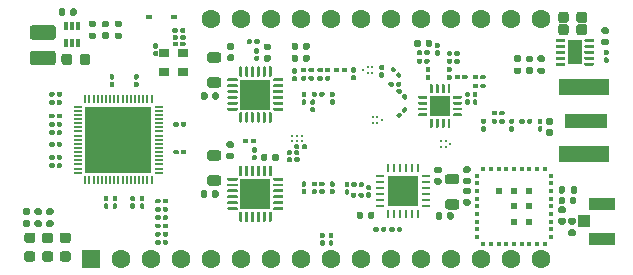
<source format=gts>
G04 #@! TF.GenerationSoftware,KiCad,Pcbnew,(5.99.0-6542-g16b0689841)*
G04 #@! TF.CreationDate,2021-04-04T12:37:49-07:00*
G04 #@! TF.ProjectId,LoRa-GW-FeatherWing,4c6f5261-2d47-4572-9d46-656174686572,rev?*
G04 #@! TF.SameCoordinates,Original*
G04 #@! TF.FileFunction,Soldermask,Top*
G04 #@! TF.FilePolarity,Negative*
%FSLAX46Y46*%
G04 Gerber Fmt 4.6, Leading zero omitted, Abs format (unit mm)*
G04 Created by KiCad (PCBNEW (5.99.0-6542-g16b0689841)) date 2021-04-04 12:37:49*
%MOMM*%
%LPD*%
G01*
G04 APERTURE LIST*
%ADD10R,0.400000X0.300000*%
%ADD11R,0.300000X0.400000*%
%ADD12R,0.500000X0.500000*%
%ADD13C,0.230000*%
%ADD14R,0.180000X0.250000*%
%ADD15R,3.600000X1.270000*%
%ADD16R,4.200000X1.350000*%
%ADD17R,0.340000X0.700000*%
%ADD18R,2.500000X2.500000*%
%ADD19R,0.736600X0.177800*%
%ADD20R,0.762000X0.177800*%
%ADD21R,0.177800X0.736600*%
%ADD22R,0.177800X0.762000*%
%ADD23R,5.613400X5.613400*%
%ADD24R,1.600000X1.600000*%
%ADD25C,1.600000*%
%ADD26R,1.200000X2.000000*%
%ADD27R,0.600000X0.450000*%
%ADD28R,1.050000X1.000000*%
%ADD29R,2.200000X1.050000*%
%ADD30R,0.850000X0.650000*%
%ADD31R,0.254000X0.762000*%
%ADD32R,0.762000X0.254000*%
%ADD33R,2.641600X2.641600*%
%ADD34R,1.750000X1.750000*%
G04 APERTURE END LIST*
G04 #@! TO.C,C35*
G36*
G01*
X150575000Y-58525000D02*
X150575000Y-58025000D01*
G75*
G02*
X150800000Y-57800000I225000J0D01*
G01*
X151250000Y-57800000D01*
G75*
G02*
X151475000Y-58025000I0J-225000D01*
G01*
X151475000Y-58525000D01*
G75*
G02*
X151250000Y-58750000I-225000J0D01*
G01*
X150800000Y-58750000D01*
G75*
G02*
X150575000Y-58525000I0J225000D01*
G01*
G37*
G36*
G01*
X149025000Y-58525000D02*
X149025000Y-58025000D01*
G75*
G02*
X149250000Y-57800000I225000J0D01*
G01*
X149700000Y-57800000D01*
G75*
G02*
X149925000Y-58025000I0J-225000D01*
G01*
X149925000Y-58525000D01*
G75*
G02*
X149700000Y-58750000I-225000J0D01*
G01*
X149250000Y-58750000D01*
G75*
G02*
X149025000Y-58525000I0J225000D01*
G01*
G37*
G04 #@! TD*
G04 #@! TO.C,C33*
G36*
G01*
X150575000Y-57500000D02*
X150575000Y-57000000D01*
G75*
G02*
X150800000Y-56775000I225000J0D01*
G01*
X151250000Y-56775000D01*
G75*
G02*
X151475000Y-57000000I0J-225000D01*
G01*
X151475000Y-57500000D01*
G75*
G02*
X151250000Y-57725000I-225000J0D01*
G01*
X150800000Y-57725000D01*
G75*
G02*
X150575000Y-57500000I0J225000D01*
G01*
G37*
G36*
G01*
X149025000Y-57500000D02*
X149025000Y-57000000D01*
G75*
G02*
X149250000Y-56775000I225000J0D01*
G01*
X149700000Y-56775000D01*
G75*
G02*
X149925000Y-57000000I0J-225000D01*
G01*
X149925000Y-57500000D01*
G75*
G02*
X149700000Y-57725000I-225000J0D01*
G01*
X149250000Y-57725000D01*
G75*
G02*
X149025000Y-57500000I0J225000D01*
G01*
G37*
G04 #@! TD*
G04 #@! TO.C,C42*
G36*
G01*
X136840000Y-59610000D02*
X136840000Y-59270000D01*
G75*
G02*
X136980000Y-59130000I140000J0D01*
G01*
X137260000Y-59130000D01*
G75*
G02*
X137400000Y-59270000I0J-140000D01*
G01*
X137400000Y-59610000D01*
G75*
G02*
X137260000Y-59750000I-140000J0D01*
G01*
X136980000Y-59750000D01*
G75*
G02*
X136840000Y-59610000I0J140000D01*
G01*
G37*
G36*
G01*
X137800000Y-59610000D02*
X137800000Y-59270000D01*
G75*
G02*
X137940000Y-59130000I140000J0D01*
G01*
X138220000Y-59130000D01*
G75*
G02*
X138360000Y-59270000I0J-140000D01*
G01*
X138360000Y-59610000D01*
G75*
G02*
X138220000Y-59750000I-140000J0D01*
G01*
X137940000Y-59750000D01*
G75*
G02*
X137800000Y-59610000I0J140000D01*
G01*
G37*
G04 #@! TD*
G04 #@! TO.C,D1*
G36*
G01*
X104556250Y-77925000D02*
X104043750Y-77925000D01*
G75*
G02*
X103825000Y-77706250I0J218750D01*
G01*
X103825000Y-77268750D01*
G75*
G02*
X104043750Y-77050000I218750J0D01*
G01*
X104556250Y-77050000D01*
G75*
G02*
X104775000Y-77268750I0J-218750D01*
G01*
X104775000Y-77706250D01*
G75*
G02*
X104556250Y-77925000I-218750J0D01*
G01*
G37*
G36*
G01*
X104556250Y-76350000D02*
X104043750Y-76350000D01*
G75*
G02*
X103825000Y-76131250I0J218750D01*
G01*
X103825000Y-75693750D01*
G75*
G02*
X104043750Y-75475000I218750J0D01*
G01*
X104556250Y-75475000D01*
G75*
G02*
X104775000Y-75693750I0J-218750D01*
G01*
X104775000Y-76131250D01*
G75*
G02*
X104556250Y-76350000I-218750J0D01*
G01*
G37*
G04 #@! TD*
G04 #@! TO.C,C2*
G36*
G01*
X120310000Y-63730000D02*
X120310000Y-64070000D01*
G75*
G02*
X120170000Y-64210000I-140000J0D01*
G01*
X119890000Y-64210000D01*
G75*
G02*
X119750000Y-64070000I0J140000D01*
G01*
X119750000Y-63730000D01*
G75*
G02*
X119890000Y-63590000I140000J0D01*
G01*
X120170000Y-63590000D01*
G75*
G02*
X120310000Y-63730000I0J-140000D01*
G01*
G37*
G36*
G01*
X119350000Y-63730000D02*
X119350000Y-64070000D01*
G75*
G02*
X119210000Y-64210000I-140000J0D01*
G01*
X118930000Y-64210000D01*
G75*
G02*
X118790000Y-64070000I0J140000D01*
G01*
X118790000Y-63730000D01*
G75*
G02*
X118930000Y-63590000I140000J0D01*
G01*
X119210000Y-63590000D01*
G75*
G02*
X119350000Y-63730000I0J-140000D01*
G01*
G37*
G04 #@! TD*
G04 #@! TO.C,L5*
G36*
G01*
X127600000Y-64650000D02*
X127400000Y-64650000D01*
G75*
G02*
X127300000Y-64550000I0J100000D01*
G01*
X127300000Y-64290000D01*
G75*
G02*
X127400000Y-64190000I100000J0D01*
G01*
X127600000Y-64190000D01*
G75*
G02*
X127700000Y-64290000I0J-100000D01*
G01*
X127700000Y-64550000D01*
G75*
G02*
X127600000Y-64650000I-100000J0D01*
G01*
G37*
G36*
G01*
X127600000Y-64010000D02*
X127400000Y-64010000D01*
G75*
G02*
X127300000Y-63910000I0J100000D01*
G01*
X127300000Y-63650000D01*
G75*
G02*
X127400000Y-63550000I100000J0D01*
G01*
X127600000Y-63550000D01*
G75*
G02*
X127700000Y-63650000I0J-100000D01*
G01*
X127700000Y-63910000D01*
G75*
G02*
X127600000Y-64010000I-100000J0D01*
G01*
G37*
G04 #@! TD*
G04 #@! TO.C,L1*
G36*
G01*
X119518750Y-60200000D02*
X120281250Y-60200000D01*
G75*
G02*
X120500000Y-60418750I0J-218750D01*
G01*
X120500000Y-60856250D01*
G75*
G02*
X120281250Y-61075000I-218750J0D01*
G01*
X119518750Y-61075000D01*
G75*
G02*
X119300000Y-60856250I0J218750D01*
G01*
X119300000Y-60418750D01*
G75*
G02*
X119518750Y-60200000I218750J0D01*
G01*
G37*
G36*
G01*
X119518750Y-62325000D02*
X120281250Y-62325000D01*
G75*
G02*
X120500000Y-62543750I0J-218750D01*
G01*
X120500000Y-62981250D01*
G75*
G02*
X120281250Y-63200000I-218750J0D01*
G01*
X119518750Y-63200000D01*
G75*
G02*
X119300000Y-62981250I0J218750D01*
G01*
X119300000Y-62543750D01*
G75*
G02*
X119518750Y-62325000I218750J0D01*
G01*
G37*
G04 #@! TD*
D10*
G04 #@! TO.C,U8*
X148450000Y-75850000D03*
X148450000Y-75200000D03*
X148450000Y-74550000D03*
X148450000Y-73900000D03*
X148450000Y-73250000D03*
X148450000Y-72600000D03*
X148450000Y-71950000D03*
X148450000Y-71300000D03*
X148450000Y-70650000D03*
D11*
X147900000Y-70100000D03*
X147250000Y-70100000D03*
X146600000Y-70100000D03*
X145950000Y-70100000D03*
X145300000Y-70100000D03*
X144650000Y-70100000D03*
X144000000Y-70100000D03*
X143350000Y-70100000D03*
X142700000Y-70100000D03*
D10*
X142150000Y-70650000D03*
X142150000Y-71300000D03*
X142150000Y-71950000D03*
X142150000Y-72600000D03*
X142150000Y-73250000D03*
X142150000Y-73900000D03*
X142150000Y-74550000D03*
X142150000Y-75200000D03*
X142150000Y-75850000D03*
D11*
X142700000Y-76400000D03*
X143350000Y-76400000D03*
X144000000Y-76400000D03*
X144650000Y-76400000D03*
X145300000Y-76400000D03*
X145950000Y-76400000D03*
X146600000Y-76400000D03*
X147250000Y-76400000D03*
X147900000Y-76400000D03*
D12*
X146600000Y-74550000D03*
X145300000Y-74550000D03*
X146600000Y-73250000D03*
X145300000Y-73250000D03*
X146600000Y-71950000D03*
X145300000Y-71950000D03*
X144000000Y-71950000D03*
G04 #@! TD*
D13*
G04 #@! TO.C,U10*
X126500025Y-67700000D03*
X126500025Y-67300000D03*
X126900024Y-67700000D03*
X126900024Y-67300000D03*
X127300026Y-67700000D03*
X127300026Y-67300000D03*
G04 #@! TD*
G04 #@! TO.C,C16*
G36*
G01*
X129250000Y-71250000D02*
X129250000Y-71450000D01*
G75*
G02*
X129150000Y-71550000I-100000J0D01*
G01*
X128890000Y-71550000D01*
G75*
G02*
X128790000Y-71450000I0J100000D01*
G01*
X128790000Y-71250000D01*
G75*
G02*
X128890000Y-71150000I100000J0D01*
G01*
X129150000Y-71150000D01*
G75*
G02*
X129250000Y-71250000I0J-100000D01*
G01*
G37*
G36*
G01*
X128610000Y-71250000D02*
X128610000Y-71450000D01*
G75*
G02*
X128510000Y-71550000I-100000J0D01*
G01*
X128250000Y-71550000D01*
G75*
G02*
X128150000Y-71450000I0J100000D01*
G01*
X128150000Y-71250000D01*
G75*
G02*
X128250000Y-71150000I100000J0D01*
G01*
X128510000Y-71150000D01*
G75*
G02*
X128610000Y-71250000I0J-100000D01*
G01*
G37*
G04 #@! TD*
G04 #@! TO.C,R4*
G36*
G01*
X147785000Y-62030000D02*
X147415000Y-62030000D01*
G75*
G02*
X147280000Y-61895000I0J135000D01*
G01*
X147280000Y-61625000D01*
G75*
G02*
X147415000Y-61490000I135000J0D01*
G01*
X147785000Y-61490000D01*
G75*
G02*
X147920000Y-61625000I0J-135000D01*
G01*
X147920000Y-61895000D01*
G75*
G02*
X147785000Y-62030000I-135000J0D01*
G01*
G37*
G36*
G01*
X147785000Y-61010000D02*
X147415000Y-61010000D01*
G75*
G02*
X147280000Y-60875000I0J135000D01*
G01*
X147280000Y-60605000D01*
G75*
G02*
X147415000Y-60470000I135000J0D01*
G01*
X147785000Y-60470000D01*
G75*
G02*
X147920000Y-60605000I0J-135000D01*
G01*
X147920000Y-60875000D01*
G75*
G02*
X147785000Y-61010000I-135000J0D01*
G01*
G37*
G04 #@! TD*
G04 #@! TO.C,L15*
G36*
G01*
X134840380Y-61581802D02*
X134981802Y-61440380D01*
G75*
G02*
X135123224Y-61440380I70711J-70711D01*
G01*
X135307072Y-61624228D01*
G75*
G02*
X135307072Y-61765650I-70711J-70711D01*
G01*
X135165650Y-61907072D01*
G75*
G02*
X135024228Y-61907072I-70711J70711D01*
G01*
X134840380Y-61723224D01*
G75*
G02*
X134840380Y-61581802I70711J70711D01*
G01*
G37*
G36*
G01*
X135292928Y-62034350D02*
X135434350Y-61892928D01*
G75*
G02*
X135575772Y-61892928I70711J-70711D01*
G01*
X135759620Y-62076776D01*
G75*
G02*
X135759620Y-62218198I-70711J-70711D01*
G01*
X135618198Y-62359620D01*
G75*
G02*
X135476776Y-62359620I-70711J70711D01*
G01*
X135292928Y-62175772D01*
G75*
G02*
X135292928Y-62034350I70711J70711D01*
G01*
G37*
G04 #@! TD*
G04 #@! TO.C,C50*
G36*
G01*
X136118198Y-64846428D02*
X136259620Y-64987850D01*
G75*
G02*
X136259620Y-65129272I-70711J-70711D01*
G01*
X136075772Y-65313120D01*
G75*
G02*
X135934350Y-65313120I-70711J70711D01*
G01*
X135792928Y-65171698D01*
G75*
G02*
X135792928Y-65030276I70711J70711D01*
G01*
X135976776Y-64846428D01*
G75*
G02*
X136118198Y-64846428I70711J-70711D01*
G01*
G37*
G36*
G01*
X135665650Y-65298976D02*
X135807072Y-65440398D01*
G75*
G02*
X135807072Y-65581820I-70711J-70711D01*
G01*
X135623224Y-65765668D01*
G75*
G02*
X135481802Y-65765668I-70711J70711D01*
G01*
X135340380Y-65624246D01*
G75*
G02*
X135340380Y-65482824I70711J70711D01*
G01*
X135524228Y-65298976D01*
G75*
G02*
X135665650Y-65298976I70711J-70711D01*
G01*
G37*
G04 #@! TD*
G04 #@! TO.C,C53*
G36*
G01*
X113700000Y-72350000D02*
X113900000Y-72350000D01*
G75*
G02*
X114000000Y-72450000I0J-100000D01*
G01*
X114000000Y-72710000D01*
G75*
G02*
X113900000Y-72810000I-100000J0D01*
G01*
X113700000Y-72810000D01*
G75*
G02*
X113600000Y-72710000I0J100000D01*
G01*
X113600000Y-72450000D01*
G75*
G02*
X113700000Y-72350000I100000J0D01*
G01*
G37*
G36*
G01*
X113700000Y-72990000D02*
X113900000Y-72990000D01*
G75*
G02*
X114000000Y-73090000I0J-100000D01*
G01*
X114000000Y-73350000D01*
G75*
G02*
X113900000Y-73450000I-100000J0D01*
G01*
X113700000Y-73450000D01*
G75*
G02*
X113600000Y-73350000I0J100000D01*
G01*
X113600000Y-73090000D01*
G75*
G02*
X113700000Y-72990000I100000J0D01*
G01*
G37*
G04 #@! TD*
G04 #@! TO.C,R10*
G36*
G01*
X107030000Y-64350000D02*
X107030000Y-64550000D01*
G75*
G02*
X106930000Y-64650000I-100000J0D01*
G01*
X106670000Y-64650000D01*
G75*
G02*
X106570000Y-64550000I0J100000D01*
G01*
X106570000Y-64350000D01*
G75*
G02*
X106670000Y-64250000I100000J0D01*
G01*
X106930000Y-64250000D01*
G75*
G02*
X107030000Y-64350000I0J-100000D01*
G01*
G37*
G36*
G01*
X106390000Y-64350000D02*
X106390000Y-64550000D01*
G75*
G02*
X106290000Y-64650000I-100000J0D01*
G01*
X106030000Y-64650000D01*
G75*
G02*
X105930000Y-64550000I0J100000D01*
G01*
X105930000Y-64350000D01*
G75*
G02*
X106030000Y-64250000I100000J0D01*
G01*
X106290000Y-64250000D01*
G75*
G02*
X106390000Y-64350000I0J-100000D01*
G01*
G37*
G04 #@! TD*
G04 #@! TO.C,C28*
G36*
G01*
X111400000Y-72350000D02*
X111600000Y-72350000D01*
G75*
G02*
X111700000Y-72450000I0J-100000D01*
G01*
X111700000Y-72710000D01*
G75*
G02*
X111600000Y-72810000I-100000J0D01*
G01*
X111400000Y-72810000D01*
G75*
G02*
X111300000Y-72710000I0J100000D01*
G01*
X111300000Y-72450000D01*
G75*
G02*
X111400000Y-72350000I100000J0D01*
G01*
G37*
G36*
G01*
X111400000Y-72990000D02*
X111600000Y-72990000D01*
G75*
G02*
X111700000Y-73090000I0J-100000D01*
G01*
X111700000Y-73350000D01*
G75*
G02*
X111600000Y-73450000I-100000J0D01*
G01*
X111400000Y-73450000D01*
G75*
G02*
X111300000Y-73350000I0J100000D01*
G01*
X111300000Y-73090000D01*
G75*
G02*
X111400000Y-72990000I100000J0D01*
G01*
G37*
G04 #@! TD*
D14*
G04 #@! TO.C,FL2*
X134085000Y-65900000D03*
X133700000Y-65650000D03*
X133315000Y-65650000D03*
X133315000Y-66150000D03*
X133700000Y-66150000D03*
G04 #@! TD*
G04 #@! TO.C,C3*
G36*
G01*
X123860000Y-69255000D02*
X123860000Y-68915000D01*
G75*
G02*
X124000000Y-68775000I140000J0D01*
G01*
X124280000Y-68775000D01*
G75*
G02*
X124420000Y-68915000I0J-140000D01*
G01*
X124420000Y-69255000D01*
G75*
G02*
X124280000Y-69395000I-140000J0D01*
G01*
X124000000Y-69395000D01*
G75*
G02*
X123860000Y-69255000I0J140000D01*
G01*
G37*
G36*
G01*
X124820000Y-69255000D02*
X124820000Y-68915000D01*
G75*
G02*
X124960000Y-68775000I140000J0D01*
G01*
X125240000Y-68775000D01*
G75*
G02*
X125380000Y-68915000I0J-140000D01*
G01*
X125380000Y-69255000D01*
G75*
G02*
X125240000Y-69395000I-140000J0D01*
G01*
X124960000Y-69395000D01*
G75*
G02*
X124820000Y-69255000I0J140000D01*
G01*
G37*
G04 #@! TD*
G04 #@! TO.C,R12*
G36*
G01*
X105185000Y-74980000D02*
X104815000Y-74980000D01*
G75*
G02*
X104680000Y-74845000I0J135000D01*
G01*
X104680000Y-74575000D01*
G75*
G02*
X104815000Y-74440000I135000J0D01*
G01*
X105185000Y-74440000D01*
G75*
G02*
X105320000Y-74575000I0J-135000D01*
G01*
X105320000Y-74845000D01*
G75*
G02*
X105185000Y-74980000I-135000J0D01*
G01*
G37*
G36*
G01*
X105185000Y-73960000D02*
X104815000Y-73960000D01*
G75*
G02*
X104680000Y-73825000I0J135000D01*
G01*
X104680000Y-73555000D01*
G75*
G02*
X104815000Y-73420000I135000J0D01*
G01*
X105185000Y-73420000D01*
G75*
G02*
X105320000Y-73555000I0J-135000D01*
G01*
X105320000Y-73825000D01*
G75*
G02*
X105185000Y-73960000I-135000J0D01*
G01*
G37*
G04 #@! TD*
G04 #@! TO.C,R5*
G36*
G01*
X111615000Y-57520000D02*
X111985000Y-57520000D01*
G75*
G02*
X112120000Y-57655000I0J-135000D01*
G01*
X112120000Y-57925000D01*
G75*
G02*
X111985000Y-58060000I-135000J0D01*
G01*
X111615000Y-58060000D01*
G75*
G02*
X111480000Y-57925000I0J135000D01*
G01*
X111480000Y-57655000D01*
G75*
G02*
X111615000Y-57520000I135000J0D01*
G01*
G37*
G36*
G01*
X111615000Y-58540000D02*
X111985000Y-58540000D01*
G75*
G02*
X112120000Y-58675000I0J-135000D01*
G01*
X112120000Y-58945000D01*
G75*
G02*
X111985000Y-59080000I-135000J0D01*
G01*
X111615000Y-59080000D01*
G75*
G02*
X111480000Y-58945000I0J135000D01*
G01*
X111480000Y-58675000D01*
G75*
G02*
X111615000Y-58540000I135000J0D01*
G01*
G37*
G04 #@! TD*
G04 #@! TO.C,C30*
G36*
G01*
X106740000Y-56970000D02*
X106740000Y-56630000D01*
G75*
G02*
X106880000Y-56490000I140000J0D01*
G01*
X107160000Y-56490000D01*
G75*
G02*
X107300000Y-56630000I0J-140000D01*
G01*
X107300000Y-56970000D01*
G75*
G02*
X107160000Y-57110000I-140000J0D01*
G01*
X106880000Y-57110000D01*
G75*
G02*
X106740000Y-56970000I0J140000D01*
G01*
G37*
G36*
G01*
X107700000Y-56970000D02*
X107700000Y-56630000D01*
G75*
G02*
X107840000Y-56490000I140000J0D01*
G01*
X108120000Y-56490000D01*
G75*
G02*
X108260000Y-56630000I0J-140000D01*
G01*
X108260000Y-56970000D01*
G75*
G02*
X108120000Y-57110000I-140000J0D01*
G01*
X107840000Y-57110000D01*
G75*
G02*
X107700000Y-56970000I0J140000D01*
G01*
G37*
G04 #@! TD*
G04 #@! TO.C,C12*
G36*
G01*
X129750000Y-62300000D02*
X129750000Y-62500000D01*
G75*
G02*
X129650000Y-62600000I-100000J0D01*
G01*
X129390000Y-62600000D01*
G75*
G02*
X129290000Y-62500000I0J100000D01*
G01*
X129290000Y-62300000D01*
G75*
G02*
X129390000Y-62200000I100000J0D01*
G01*
X129650000Y-62200000D01*
G75*
G02*
X129750000Y-62300000I0J-100000D01*
G01*
G37*
G36*
G01*
X129110000Y-62300000D02*
X129110000Y-62500000D01*
G75*
G02*
X129010000Y-62600000I-100000J0D01*
G01*
X128750000Y-62600000D01*
G75*
G02*
X128650000Y-62500000I0J100000D01*
G01*
X128650000Y-62300000D01*
G75*
G02*
X128750000Y-62200000I100000J0D01*
G01*
X129010000Y-62200000D01*
G75*
G02*
X129110000Y-62300000I0J-100000D01*
G01*
G37*
G04 #@! TD*
G04 #@! TO.C,C39*
G36*
G01*
X144490000Y-65250000D02*
X144490000Y-65450000D01*
G75*
G02*
X144390000Y-65550000I-100000J0D01*
G01*
X144130000Y-65550000D01*
G75*
G02*
X144030000Y-65450000I0J100000D01*
G01*
X144030000Y-65250000D01*
G75*
G02*
X144130000Y-65150000I100000J0D01*
G01*
X144390000Y-65150000D01*
G75*
G02*
X144490000Y-65250000I0J-100000D01*
G01*
G37*
G36*
G01*
X143850000Y-65250000D02*
X143850000Y-65450000D01*
G75*
G02*
X143750000Y-65550000I-100000J0D01*
G01*
X143490000Y-65550000D01*
G75*
G02*
X143390000Y-65450000I0J100000D01*
G01*
X143390000Y-65250000D01*
G75*
G02*
X143490000Y-65150000I100000J0D01*
G01*
X143750000Y-65150000D01*
G75*
G02*
X143850000Y-65250000I0J-100000D01*
G01*
G37*
G04 #@! TD*
G04 #@! TO.C,C65*
G36*
G01*
X141470000Y-71380000D02*
X141130000Y-71380000D01*
G75*
G02*
X140990000Y-71240000I0J140000D01*
G01*
X140990000Y-70960000D01*
G75*
G02*
X141130000Y-70820000I140000J0D01*
G01*
X141470000Y-70820000D01*
G75*
G02*
X141610000Y-70960000I0J-140000D01*
G01*
X141610000Y-71240000D01*
G75*
G02*
X141470000Y-71380000I-140000J0D01*
G01*
G37*
G36*
G01*
X141470000Y-70420000D02*
X141130000Y-70420000D01*
G75*
G02*
X140990000Y-70280000I0J140000D01*
G01*
X140990000Y-70000000D01*
G75*
G02*
X141130000Y-69860000I140000J0D01*
G01*
X141470000Y-69860000D01*
G75*
G02*
X141610000Y-70000000I0J-140000D01*
G01*
X141610000Y-70280000D01*
G75*
G02*
X141470000Y-70420000I-140000J0D01*
G01*
G37*
G04 #@! TD*
G04 #@! TO.C,C40*
G36*
G01*
X137050000Y-60340000D02*
X137050000Y-60140000D01*
G75*
G02*
X137150000Y-60040000I100000J0D01*
G01*
X137410000Y-60040000D01*
G75*
G02*
X137510000Y-60140000I0J-100000D01*
G01*
X137510000Y-60340000D01*
G75*
G02*
X137410000Y-60440000I-100000J0D01*
G01*
X137150000Y-60440000D01*
G75*
G02*
X137050000Y-60340000I0J100000D01*
G01*
G37*
G36*
G01*
X137690000Y-60340000D02*
X137690000Y-60140000D01*
G75*
G02*
X137790000Y-60040000I100000J0D01*
G01*
X138050000Y-60040000D01*
G75*
G02*
X138150000Y-60140000I0J-100000D01*
G01*
X138150000Y-60340000D01*
G75*
G02*
X138050000Y-60440000I-100000J0D01*
G01*
X137790000Y-60440000D01*
G75*
G02*
X137690000Y-60340000I0J100000D01*
G01*
G37*
G04 #@! TD*
G04 #@! TO.C,C5*
G36*
G01*
X121470000Y-60940000D02*
X121130000Y-60940000D01*
G75*
G02*
X120990000Y-60800000I0J140000D01*
G01*
X120990000Y-60520000D01*
G75*
G02*
X121130000Y-60380000I140000J0D01*
G01*
X121470000Y-60380000D01*
G75*
G02*
X121610000Y-60520000I0J-140000D01*
G01*
X121610000Y-60800000D01*
G75*
G02*
X121470000Y-60940000I-140000J0D01*
G01*
G37*
G36*
G01*
X121470000Y-59980000D02*
X121130000Y-59980000D01*
G75*
G02*
X120990000Y-59840000I0J140000D01*
G01*
X120990000Y-59560000D01*
G75*
G02*
X121130000Y-59420000I140000J0D01*
G01*
X121470000Y-59420000D01*
G75*
G02*
X121610000Y-59560000I0J-140000D01*
G01*
X121610000Y-59840000D01*
G75*
G02*
X121470000Y-59980000I-140000J0D01*
G01*
G37*
G04 #@! TD*
G04 #@! TO.C,C46*
G36*
G01*
X140695000Y-60850000D02*
X140695000Y-61050000D01*
G75*
G02*
X140595000Y-61150000I-100000J0D01*
G01*
X140335000Y-61150000D01*
G75*
G02*
X140235000Y-61050000I0J100000D01*
G01*
X140235000Y-60850000D01*
G75*
G02*
X140335000Y-60750000I100000J0D01*
G01*
X140595000Y-60750000D01*
G75*
G02*
X140695000Y-60850000I0J-100000D01*
G01*
G37*
G36*
G01*
X140055000Y-60850000D02*
X140055000Y-61050000D01*
G75*
G02*
X139955000Y-61150000I-100000J0D01*
G01*
X139695000Y-61150000D01*
G75*
G02*
X139595000Y-61050000I0J100000D01*
G01*
X139595000Y-60850000D01*
G75*
G02*
X139695000Y-60750000I100000J0D01*
G01*
X139955000Y-60750000D01*
G75*
G02*
X140055000Y-60850000I0J-100000D01*
G01*
G37*
G04 #@! TD*
D15*
G04 #@! TO.C,J1*
X151400000Y-66000000D03*
D16*
X151200000Y-68825000D03*
X151200000Y-63175000D03*
G04 #@! TD*
G04 #@! TO.C,L4*
G36*
G01*
X127250000Y-61800000D02*
X127250000Y-61600000D01*
G75*
G02*
X127350000Y-61500000I100000J0D01*
G01*
X127610000Y-61500000D01*
G75*
G02*
X127710000Y-61600000I0J-100000D01*
G01*
X127710000Y-61800000D01*
G75*
G02*
X127610000Y-61900000I-100000J0D01*
G01*
X127350000Y-61900000D01*
G75*
G02*
X127250000Y-61800000I0J100000D01*
G01*
G37*
G36*
G01*
X127890000Y-61800000D02*
X127890000Y-61600000D01*
G75*
G02*
X127990000Y-61500000I100000J0D01*
G01*
X128250000Y-61500000D01*
G75*
G02*
X128350000Y-61600000I0J-100000D01*
G01*
X128350000Y-61800000D01*
G75*
G02*
X128250000Y-61900000I-100000J0D01*
G01*
X127990000Y-61900000D01*
G75*
G02*
X127890000Y-61800000I0J100000D01*
G01*
G37*
G04 #@! TD*
G04 #@! TO.C,C55*
G36*
G01*
X107030000Y-69000000D02*
X107030000Y-69200000D01*
G75*
G02*
X106930000Y-69300000I-100000J0D01*
G01*
X106670000Y-69300000D01*
G75*
G02*
X106570000Y-69200000I0J100000D01*
G01*
X106570000Y-69000000D01*
G75*
G02*
X106670000Y-68900000I100000J0D01*
G01*
X106930000Y-68900000D01*
G75*
G02*
X107030000Y-69000000I0J-100000D01*
G01*
G37*
G36*
G01*
X106390000Y-69000000D02*
X106390000Y-69200000D01*
G75*
G02*
X106290000Y-69300000I-100000J0D01*
G01*
X106030000Y-69300000D01*
G75*
G02*
X105930000Y-69200000I0J100000D01*
G01*
X105930000Y-69000000D01*
G75*
G02*
X106030000Y-68900000I100000J0D01*
G01*
X106290000Y-68900000D01*
G75*
G02*
X106390000Y-69000000I0J-100000D01*
G01*
G37*
G04 #@! TD*
G04 #@! TO.C,R18*
G36*
G01*
X126040000Y-69400000D02*
X126040000Y-69200000D01*
G75*
G02*
X126140000Y-69100000I100000J0D01*
G01*
X126400000Y-69100000D01*
G75*
G02*
X126500000Y-69200000I0J-100000D01*
G01*
X126500000Y-69400000D01*
G75*
G02*
X126400000Y-69500000I-100000J0D01*
G01*
X126140000Y-69500000D01*
G75*
G02*
X126040000Y-69400000I0J100000D01*
G01*
G37*
G36*
G01*
X126680000Y-69400000D02*
X126680000Y-69200000D01*
G75*
G02*
X126780000Y-69100000I100000J0D01*
G01*
X127040000Y-69100000D01*
G75*
G02*
X127140000Y-69200000I0J-100000D01*
G01*
X127140000Y-69400000D01*
G75*
G02*
X127040000Y-69500000I-100000J0D01*
G01*
X126780000Y-69500000D01*
G75*
G02*
X126680000Y-69400000I0J100000D01*
G01*
G37*
G04 #@! TD*
D17*
G04 #@! TO.C,U6*
X108400000Y-57950000D03*
X107900000Y-57950000D03*
X107400000Y-57950000D03*
X107400000Y-59450000D03*
X107900000Y-59450000D03*
X108400000Y-59450000D03*
G04 #@! TD*
G04 #@! TO.C,R8*
G36*
G01*
X105930000Y-63850000D02*
X105930000Y-63650000D01*
G75*
G02*
X106030000Y-63550000I100000J0D01*
G01*
X106290000Y-63550000D01*
G75*
G02*
X106390000Y-63650000I0J-100000D01*
G01*
X106390000Y-63850000D01*
G75*
G02*
X106290000Y-63950000I-100000J0D01*
G01*
X106030000Y-63950000D01*
G75*
G02*
X105930000Y-63850000I0J100000D01*
G01*
G37*
G36*
G01*
X106570000Y-63850000D02*
X106570000Y-63650000D01*
G75*
G02*
X106670000Y-63550000I100000J0D01*
G01*
X106930000Y-63550000D01*
G75*
G02*
X107030000Y-63650000I0J-100000D01*
G01*
X107030000Y-63850000D01*
G75*
G02*
X106930000Y-63950000I-100000J0D01*
G01*
X106670000Y-63950000D01*
G75*
G02*
X106570000Y-63850000I0J100000D01*
G01*
G37*
G04 #@! TD*
G04 #@! TO.C,U3*
G36*
G01*
X124587500Y-69810000D02*
X124712500Y-69810000D01*
G75*
G02*
X124775000Y-69872500I0J-62500D01*
G01*
X124775000Y-70622500D01*
G75*
G02*
X124712500Y-70685000I-62500J0D01*
G01*
X124587500Y-70685000D01*
G75*
G02*
X124525000Y-70622500I0J62500D01*
G01*
X124525000Y-69872500D01*
G75*
G02*
X124587500Y-69810000I62500J0D01*
G01*
G37*
G36*
G01*
X124087500Y-69810000D02*
X124212500Y-69810000D01*
G75*
G02*
X124275000Y-69872500I0J-62500D01*
G01*
X124275000Y-70622500D01*
G75*
G02*
X124212500Y-70685000I-62500J0D01*
G01*
X124087500Y-70685000D01*
G75*
G02*
X124025000Y-70622500I0J62500D01*
G01*
X124025000Y-69872500D01*
G75*
G02*
X124087500Y-69810000I62500J0D01*
G01*
G37*
G36*
G01*
X123587500Y-69810000D02*
X123712500Y-69810000D01*
G75*
G02*
X123775000Y-69872500I0J-62500D01*
G01*
X123775000Y-70622500D01*
G75*
G02*
X123712500Y-70685000I-62500J0D01*
G01*
X123587500Y-70685000D01*
G75*
G02*
X123525000Y-70622500I0J62500D01*
G01*
X123525000Y-69872500D01*
G75*
G02*
X123587500Y-69810000I62500J0D01*
G01*
G37*
G36*
G01*
X123087500Y-69810000D02*
X123212500Y-69810000D01*
G75*
G02*
X123275000Y-69872500I0J-62500D01*
G01*
X123275000Y-70622500D01*
G75*
G02*
X123212500Y-70685000I-62500J0D01*
G01*
X123087500Y-70685000D01*
G75*
G02*
X123025000Y-70622500I0J62500D01*
G01*
X123025000Y-69872500D01*
G75*
G02*
X123087500Y-69810000I62500J0D01*
G01*
G37*
G36*
G01*
X122587500Y-69810000D02*
X122712500Y-69810000D01*
G75*
G02*
X122775000Y-69872500I0J-62500D01*
G01*
X122775000Y-70622500D01*
G75*
G02*
X122712500Y-70685000I-62500J0D01*
G01*
X122587500Y-70685000D01*
G75*
G02*
X122525000Y-70622500I0J62500D01*
G01*
X122525000Y-69872500D01*
G75*
G02*
X122587500Y-69810000I62500J0D01*
G01*
G37*
G36*
G01*
X122087500Y-69810000D02*
X122212500Y-69810000D01*
G75*
G02*
X122275000Y-69872500I0J-62500D01*
G01*
X122275000Y-70622500D01*
G75*
G02*
X122212500Y-70685000I-62500J0D01*
G01*
X122087500Y-70685000D01*
G75*
G02*
X122025000Y-70622500I0J62500D01*
G01*
X122025000Y-69872500D01*
G75*
G02*
X122087500Y-69810000I62500J0D01*
G01*
G37*
G36*
G01*
X121087500Y-70810000D02*
X121837500Y-70810000D01*
G75*
G02*
X121900000Y-70872500I0J-62500D01*
G01*
X121900000Y-70997500D01*
G75*
G02*
X121837500Y-71060000I-62500J0D01*
G01*
X121087500Y-71060000D01*
G75*
G02*
X121025000Y-70997500I0J62500D01*
G01*
X121025000Y-70872500D01*
G75*
G02*
X121087500Y-70810000I62500J0D01*
G01*
G37*
G36*
G01*
X121087500Y-71310000D02*
X121837500Y-71310000D01*
G75*
G02*
X121900000Y-71372500I0J-62500D01*
G01*
X121900000Y-71497500D01*
G75*
G02*
X121837500Y-71560000I-62500J0D01*
G01*
X121087500Y-71560000D01*
G75*
G02*
X121025000Y-71497500I0J62500D01*
G01*
X121025000Y-71372500D01*
G75*
G02*
X121087500Y-71310000I62500J0D01*
G01*
G37*
G36*
G01*
X121087500Y-71810000D02*
X121837500Y-71810000D01*
G75*
G02*
X121900000Y-71872500I0J-62500D01*
G01*
X121900000Y-71997500D01*
G75*
G02*
X121837500Y-72060000I-62500J0D01*
G01*
X121087500Y-72060000D01*
G75*
G02*
X121025000Y-71997500I0J62500D01*
G01*
X121025000Y-71872500D01*
G75*
G02*
X121087500Y-71810000I62500J0D01*
G01*
G37*
G36*
G01*
X121087500Y-72310000D02*
X121837500Y-72310000D01*
G75*
G02*
X121900000Y-72372500I0J-62500D01*
G01*
X121900000Y-72497500D01*
G75*
G02*
X121837500Y-72560000I-62500J0D01*
G01*
X121087500Y-72560000D01*
G75*
G02*
X121025000Y-72497500I0J62500D01*
G01*
X121025000Y-72372500D01*
G75*
G02*
X121087500Y-72310000I62500J0D01*
G01*
G37*
G36*
G01*
X121087500Y-72810000D02*
X121837500Y-72810000D01*
G75*
G02*
X121900000Y-72872500I0J-62500D01*
G01*
X121900000Y-72997500D01*
G75*
G02*
X121837500Y-73060000I-62500J0D01*
G01*
X121087500Y-73060000D01*
G75*
G02*
X121025000Y-72997500I0J62500D01*
G01*
X121025000Y-72872500D01*
G75*
G02*
X121087500Y-72810000I62500J0D01*
G01*
G37*
G36*
G01*
X121087500Y-73310000D02*
X121837500Y-73310000D01*
G75*
G02*
X121900000Y-73372500I0J-62500D01*
G01*
X121900000Y-73497500D01*
G75*
G02*
X121837500Y-73560000I-62500J0D01*
G01*
X121087500Y-73560000D01*
G75*
G02*
X121025000Y-73497500I0J62500D01*
G01*
X121025000Y-73372500D01*
G75*
G02*
X121087500Y-73310000I62500J0D01*
G01*
G37*
G36*
G01*
X122087500Y-73685000D02*
X122212500Y-73685000D01*
G75*
G02*
X122275000Y-73747500I0J-62500D01*
G01*
X122275000Y-74497500D01*
G75*
G02*
X122212500Y-74560000I-62500J0D01*
G01*
X122087500Y-74560000D01*
G75*
G02*
X122025000Y-74497500I0J62500D01*
G01*
X122025000Y-73747500D01*
G75*
G02*
X122087500Y-73685000I62500J0D01*
G01*
G37*
G36*
G01*
X122587500Y-73685000D02*
X122712500Y-73685000D01*
G75*
G02*
X122775000Y-73747500I0J-62500D01*
G01*
X122775000Y-74497500D01*
G75*
G02*
X122712500Y-74560000I-62500J0D01*
G01*
X122587500Y-74560000D01*
G75*
G02*
X122525000Y-74497500I0J62500D01*
G01*
X122525000Y-73747500D01*
G75*
G02*
X122587500Y-73685000I62500J0D01*
G01*
G37*
G36*
G01*
X123087500Y-73685000D02*
X123212500Y-73685000D01*
G75*
G02*
X123275000Y-73747500I0J-62500D01*
G01*
X123275000Y-74497500D01*
G75*
G02*
X123212500Y-74560000I-62500J0D01*
G01*
X123087500Y-74560000D01*
G75*
G02*
X123025000Y-74497500I0J62500D01*
G01*
X123025000Y-73747500D01*
G75*
G02*
X123087500Y-73685000I62500J0D01*
G01*
G37*
G36*
G01*
X123587500Y-73685000D02*
X123712500Y-73685000D01*
G75*
G02*
X123775000Y-73747500I0J-62500D01*
G01*
X123775000Y-74497500D01*
G75*
G02*
X123712500Y-74560000I-62500J0D01*
G01*
X123587500Y-74560000D01*
G75*
G02*
X123525000Y-74497500I0J62500D01*
G01*
X123525000Y-73747500D01*
G75*
G02*
X123587500Y-73685000I62500J0D01*
G01*
G37*
G36*
G01*
X124087500Y-73685000D02*
X124212500Y-73685000D01*
G75*
G02*
X124275000Y-73747500I0J-62500D01*
G01*
X124275000Y-74497500D01*
G75*
G02*
X124212500Y-74560000I-62500J0D01*
G01*
X124087500Y-74560000D01*
G75*
G02*
X124025000Y-74497500I0J62500D01*
G01*
X124025000Y-73747500D01*
G75*
G02*
X124087500Y-73685000I62500J0D01*
G01*
G37*
G36*
G01*
X124587500Y-73685000D02*
X124712500Y-73685000D01*
G75*
G02*
X124775000Y-73747500I0J-62500D01*
G01*
X124775000Y-74497500D01*
G75*
G02*
X124712500Y-74560000I-62500J0D01*
G01*
X124587500Y-74560000D01*
G75*
G02*
X124525000Y-74497500I0J62500D01*
G01*
X124525000Y-73747500D01*
G75*
G02*
X124587500Y-73685000I62500J0D01*
G01*
G37*
G36*
G01*
X124962500Y-73310000D02*
X125712500Y-73310000D01*
G75*
G02*
X125775000Y-73372500I0J-62500D01*
G01*
X125775000Y-73497500D01*
G75*
G02*
X125712500Y-73560000I-62500J0D01*
G01*
X124962500Y-73560000D01*
G75*
G02*
X124900000Y-73497500I0J62500D01*
G01*
X124900000Y-73372500D01*
G75*
G02*
X124962500Y-73310000I62500J0D01*
G01*
G37*
G36*
G01*
X124962500Y-72810000D02*
X125712500Y-72810000D01*
G75*
G02*
X125775000Y-72872500I0J-62500D01*
G01*
X125775000Y-72997500D01*
G75*
G02*
X125712500Y-73060000I-62500J0D01*
G01*
X124962500Y-73060000D01*
G75*
G02*
X124900000Y-72997500I0J62500D01*
G01*
X124900000Y-72872500D01*
G75*
G02*
X124962500Y-72810000I62500J0D01*
G01*
G37*
G36*
G01*
X124962500Y-72310000D02*
X125712500Y-72310000D01*
G75*
G02*
X125775000Y-72372500I0J-62500D01*
G01*
X125775000Y-72497500D01*
G75*
G02*
X125712500Y-72560000I-62500J0D01*
G01*
X124962500Y-72560000D01*
G75*
G02*
X124900000Y-72497500I0J62500D01*
G01*
X124900000Y-72372500D01*
G75*
G02*
X124962500Y-72310000I62500J0D01*
G01*
G37*
G36*
G01*
X124962500Y-71810000D02*
X125712500Y-71810000D01*
G75*
G02*
X125775000Y-71872500I0J-62500D01*
G01*
X125775000Y-71997500D01*
G75*
G02*
X125712500Y-72060000I-62500J0D01*
G01*
X124962500Y-72060000D01*
G75*
G02*
X124900000Y-71997500I0J62500D01*
G01*
X124900000Y-71872500D01*
G75*
G02*
X124962500Y-71810000I62500J0D01*
G01*
G37*
G36*
G01*
X124962500Y-71310000D02*
X125712500Y-71310000D01*
G75*
G02*
X125775000Y-71372500I0J-62500D01*
G01*
X125775000Y-71497500D01*
G75*
G02*
X125712500Y-71560000I-62500J0D01*
G01*
X124962500Y-71560000D01*
G75*
G02*
X124900000Y-71497500I0J62500D01*
G01*
X124900000Y-71372500D01*
G75*
G02*
X124962500Y-71310000I62500J0D01*
G01*
G37*
G36*
G01*
X124962500Y-70810000D02*
X125712500Y-70810000D01*
G75*
G02*
X125775000Y-70872500I0J-62500D01*
G01*
X125775000Y-70997500D01*
G75*
G02*
X125712500Y-71060000I-62500J0D01*
G01*
X124962500Y-71060000D01*
G75*
G02*
X124900000Y-70997500I0J62500D01*
G01*
X124900000Y-70872500D01*
G75*
G02*
X124962500Y-70810000I62500J0D01*
G01*
G37*
D18*
X123400000Y-72185000D03*
G04 #@! TD*
G04 #@! TO.C,L17*
G36*
G01*
X104550000Y-57900000D02*
X106250000Y-57900000D01*
G75*
G02*
X106500000Y-58150000I0J-250000D01*
G01*
X106500000Y-58900000D01*
G75*
G02*
X106250000Y-59150000I-250000J0D01*
G01*
X104550000Y-59150000D01*
G75*
G02*
X104300000Y-58900000I0J250000D01*
G01*
X104300000Y-58150000D01*
G75*
G02*
X104550000Y-57900000I250000J0D01*
G01*
G37*
G36*
G01*
X104550000Y-60050000D02*
X106250000Y-60050000D01*
G75*
G02*
X106500000Y-60300000I0J-250000D01*
G01*
X106500000Y-61050000D01*
G75*
G02*
X106250000Y-61300000I-250000J0D01*
G01*
X104550000Y-61300000D01*
G75*
G02*
X104300000Y-61050000I0J250000D01*
G01*
X104300000Y-60300000D01*
G75*
G02*
X104550000Y-60050000I250000J0D01*
G01*
G37*
G04 #@! TD*
G04 #@! TO.C,C6*
G36*
G01*
X121420000Y-69260000D02*
X121080000Y-69260000D01*
G75*
G02*
X120940000Y-69120000I0J140000D01*
G01*
X120940000Y-68840000D01*
G75*
G02*
X121080000Y-68700000I140000J0D01*
G01*
X121420000Y-68700000D01*
G75*
G02*
X121560000Y-68840000I0J-140000D01*
G01*
X121560000Y-69120000D01*
G75*
G02*
X121420000Y-69260000I-140000J0D01*
G01*
G37*
G36*
G01*
X121420000Y-68300000D02*
X121080000Y-68300000D01*
G75*
G02*
X120940000Y-68160000I0J140000D01*
G01*
X120940000Y-67880000D01*
G75*
G02*
X121080000Y-67740000I140000J0D01*
G01*
X121420000Y-67740000D01*
G75*
G02*
X121560000Y-67880000I0J-140000D01*
G01*
X121560000Y-68160000D01*
G75*
G02*
X121420000Y-68300000I-140000J0D01*
G01*
G37*
G04 #@! TD*
D19*
G04 #@! TO.C,U1*
X108358300Y-64800001D03*
D20*
X108371000Y-65150000D03*
X108371000Y-65499999D03*
X108371000Y-65849998D03*
X108371000Y-66200000D03*
X108371000Y-66550000D03*
X108371000Y-66899999D03*
X108371000Y-67250001D03*
X108371000Y-67600000D03*
X108371000Y-67949999D03*
X108371000Y-68300001D03*
X108371000Y-68650000D03*
X108371000Y-69000000D03*
X108371000Y-69349999D03*
X108371000Y-69700001D03*
X108371000Y-70050000D03*
D19*
X108358300Y-70399999D03*
D21*
X109000001Y-71041700D03*
D22*
X109350000Y-71029000D03*
X109699999Y-71029000D03*
X110049998Y-71029000D03*
X110400000Y-71029000D03*
X110750000Y-71029000D03*
X111099999Y-71029000D03*
X111450001Y-71029000D03*
X111800000Y-71029000D03*
X112149999Y-71029000D03*
X112500001Y-71029000D03*
X112850000Y-71029000D03*
X113200000Y-71029000D03*
X113549999Y-71029000D03*
X113900001Y-71029000D03*
X114250000Y-71029000D03*
D21*
X114599999Y-71041700D03*
D19*
X115241700Y-70399999D03*
D20*
X115229000Y-70050000D03*
X115229000Y-69700001D03*
X115229000Y-69350002D03*
X115229000Y-69000000D03*
X115229000Y-68650000D03*
X115229000Y-68300001D03*
X115229000Y-67949999D03*
X115229000Y-67600000D03*
X115229000Y-67250001D03*
X115229000Y-66899999D03*
X115229000Y-66550000D03*
X115229000Y-66200000D03*
X115229000Y-65850001D03*
X115229000Y-65499999D03*
X115229000Y-65150000D03*
D19*
X115241700Y-64800001D03*
D21*
X114599999Y-64158300D03*
D22*
X114250000Y-64171000D03*
X113900001Y-64171000D03*
X113550002Y-64171000D03*
X113200000Y-64171000D03*
X112850000Y-64171000D03*
X112500001Y-64171000D03*
X112149999Y-64171000D03*
X111800000Y-64171000D03*
X111450001Y-64171000D03*
X111099999Y-64171000D03*
X110750000Y-64171000D03*
X110400000Y-64171000D03*
X110050001Y-64171000D03*
X109699999Y-64171000D03*
X109350000Y-64171000D03*
D21*
X109000001Y-64158300D03*
D23*
X111800000Y-67600000D03*
G04 #@! TD*
G04 #@! TO.C,C68*
G36*
G01*
X135830000Y-75100000D02*
X135830000Y-75300000D01*
G75*
G02*
X135730000Y-75400000I-100000J0D01*
G01*
X135470000Y-75400000D01*
G75*
G02*
X135370000Y-75300000I0J100000D01*
G01*
X135370000Y-75100000D01*
G75*
G02*
X135470000Y-75000000I100000J0D01*
G01*
X135730000Y-75000000D01*
G75*
G02*
X135830000Y-75100000I0J-100000D01*
G01*
G37*
G36*
G01*
X135190000Y-75100000D02*
X135190000Y-75300000D01*
G75*
G02*
X135090000Y-75400000I-100000J0D01*
G01*
X134830000Y-75400000D01*
G75*
G02*
X134730000Y-75300000I0J100000D01*
G01*
X134730000Y-75100000D01*
G75*
G02*
X134830000Y-75000000I100000J0D01*
G01*
X135090000Y-75000000D01*
G75*
G02*
X135190000Y-75100000I0J-100000D01*
G01*
G37*
G04 #@! TD*
G04 #@! TO.C,C47*
G36*
G01*
X142895000Y-62200000D02*
X142895000Y-62400000D01*
G75*
G02*
X142795000Y-62500000I-100000J0D01*
G01*
X142535000Y-62500000D01*
G75*
G02*
X142435000Y-62400000I0J100000D01*
G01*
X142435000Y-62200000D01*
G75*
G02*
X142535000Y-62100000I100000J0D01*
G01*
X142795000Y-62100000D01*
G75*
G02*
X142895000Y-62200000I0J-100000D01*
G01*
G37*
G36*
G01*
X142255000Y-62200000D02*
X142255000Y-62400000D01*
G75*
G02*
X142155000Y-62500000I-100000J0D01*
G01*
X141895000Y-62500000D01*
G75*
G02*
X141795000Y-62400000I0J100000D01*
G01*
X141795000Y-62200000D01*
G75*
G02*
X141895000Y-62100000I100000J0D01*
G01*
X142155000Y-62100000D01*
G75*
G02*
X142255000Y-62200000I0J-100000D01*
G01*
G37*
G04 #@! TD*
G04 #@! TO.C,C44*
G36*
G01*
X142895000Y-62950000D02*
X142895000Y-63150000D01*
G75*
G02*
X142795000Y-63250000I-100000J0D01*
G01*
X142535000Y-63250000D01*
G75*
G02*
X142435000Y-63150000I0J100000D01*
G01*
X142435000Y-62950000D01*
G75*
G02*
X142535000Y-62850000I100000J0D01*
G01*
X142795000Y-62850000D01*
G75*
G02*
X142895000Y-62950000I0J-100000D01*
G01*
G37*
G36*
G01*
X142255000Y-62950000D02*
X142255000Y-63150000D01*
G75*
G02*
X142155000Y-63250000I-100000J0D01*
G01*
X141895000Y-63250000D01*
G75*
G02*
X141795000Y-63150000I0J100000D01*
G01*
X141795000Y-62950000D01*
G75*
G02*
X141895000Y-62850000I100000J0D01*
G01*
X142155000Y-62850000D01*
G75*
G02*
X142255000Y-62950000I0J-100000D01*
G01*
G37*
G04 #@! TD*
G04 #@! TO.C,C37*
G36*
G01*
X142800000Y-66910000D02*
X142600000Y-66910000D01*
G75*
G02*
X142500000Y-66810000I0J100000D01*
G01*
X142500000Y-66550000D01*
G75*
G02*
X142600000Y-66450000I100000J0D01*
G01*
X142800000Y-66450000D01*
G75*
G02*
X142900000Y-66550000I0J-100000D01*
G01*
X142900000Y-66810000D01*
G75*
G02*
X142800000Y-66910000I-100000J0D01*
G01*
G37*
G36*
G01*
X142800000Y-66270000D02*
X142600000Y-66270000D01*
G75*
G02*
X142500000Y-66170000I0J100000D01*
G01*
X142500000Y-65910000D01*
G75*
G02*
X142600000Y-65810000I100000J0D01*
G01*
X142800000Y-65810000D01*
G75*
G02*
X142900000Y-65910000I0J-100000D01*
G01*
X142900000Y-66170000D01*
G75*
G02*
X142800000Y-66270000I-100000J0D01*
G01*
G37*
G04 #@! TD*
G04 #@! TO.C,L12*
G36*
G01*
X139900000Y-62545000D02*
X139700000Y-62545000D01*
G75*
G02*
X139600000Y-62445000I0J100000D01*
G01*
X139600000Y-62185000D01*
G75*
G02*
X139700000Y-62085000I100000J0D01*
G01*
X139900000Y-62085000D01*
G75*
G02*
X140000000Y-62185000I0J-100000D01*
G01*
X140000000Y-62445000D01*
G75*
G02*
X139900000Y-62545000I-100000J0D01*
G01*
G37*
G36*
G01*
X139900000Y-61905000D02*
X139700000Y-61905000D01*
G75*
G02*
X139600000Y-61805000I0J100000D01*
G01*
X139600000Y-61545000D01*
G75*
G02*
X139700000Y-61445000I100000J0D01*
G01*
X139900000Y-61445000D01*
G75*
G02*
X140000000Y-61545000I0J-100000D01*
G01*
X140000000Y-61805000D01*
G75*
G02*
X139900000Y-61905000I-100000J0D01*
G01*
G37*
G04 #@! TD*
D14*
G04 #@! TO.C,FL1*
X132535000Y-61700000D03*
X132920000Y-61950000D03*
X133305000Y-61950000D03*
X133305000Y-61450000D03*
X132920000Y-61450000D03*
G04 #@! TD*
G04 #@! TO.C,C56*
G36*
G01*
X110650000Y-72350000D02*
X110850000Y-72350000D01*
G75*
G02*
X110950000Y-72450000I0J-100000D01*
G01*
X110950000Y-72710000D01*
G75*
G02*
X110850000Y-72810000I-100000J0D01*
G01*
X110650000Y-72810000D01*
G75*
G02*
X110550000Y-72710000I0J100000D01*
G01*
X110550000Y-72450000D01*
G75*
G02*
X110650000Y-72350000I100000J0D01*
G01*
G37*
G36*
G01*
X110650000Y-72990000D02*
X110850000Y-72990000D01*
G75*
G02*
X110950000Y-73090000I0J-100000D01*
G01*
X110950000Y-73350000D01*
G75*
G02*
X110850000Y-73450000I-100000J0D01*
G01*
X110650000Y-73450000D01*
G75*
G02*
X110550000Y-73350000I0J100000D01*
G01*
X110550000Y-73090000D01*
G75*
G02*
X110650000Y-72990000I100000J0D01*
G01*
G37*
G04 #@! TD*
G04 #@! TO.C,C7*
G36*
G01*
X126460000Y-59870000D02*
X126460000Y-59530000D01*
G75*
G02*
X126600000Y-59390000I140000J0D01*
G01*
X126880000Y-59390000D01*
G75*
G02*
X127020000Y-59530000I0J-140000D01*
G01*
X127020000Y-59870000D01*
G75*
G02*
X126880000Y-60010000I-140000J0D01*
G01*
X126600000Y-60010000D01*
G75*
G02*
X126460000Y-59870000I0J140000D01*
G01*
G37*
G36*
G01*
X127420000Y-59870000D02*
X127420000Y-59530000D01*
G75*
G02*
X127560000Y-59390000I140000J0D01*
G01*
X127840000Y-59390000D01*
G75*
G02*
X127980000Y-59530000I0J-140000D01*
G01*
X127980000Y-59870000D01*
G75*
G02*
X127840000Y-60010000I-140000J0D01*
G01*
X127560000Y-60010000D01*
G75*
G02*
X127420000Y-59870000I0J140000D01*
G01*
G37*
G04 #@! TD*
G04 #@! TO.C,C69*
G36*
G01*
X139020000Y-71410000D02*
X138680000Y-71410000D01*
G75*
G02*
X138540000Y-71270000I0J140000D01*
G01*
X138540000Y-70990000D01*
G75*
G02*
X138680000Y-70850000I140000J0D01*
G01*
X139020000Y-70850000D01*
G75*
G02*
X139160000Y-70990000I0J-140000D01*
G01*
X139160000Y-71270000D01*
G75*
G02*
X139020000Y-71410000I-140000J0D01*
G01*
G37*
G36*
G01*
X139020000Y-70450000D02*
X138680000Y-70450000D01*
G75*
G02*
X138540000Y-70310000I0J140000D01*
G01*
X138540000Y-70030000D01*
G75*
G02*
X138680000Y-69890000I140000J0D01*
G01*
X139020000Y-69890000D01*
G75*
G02*
X139160000Y-70030000I0J-140000D01*
G01*
X139160000Y-70310000D01*
G75*
G02*
X139020000Y-70450000I-140000J0D01*
G01*
G37*
G04 #@! TD*
G04 #@! TO.C,C19*
G36*
G01*
X129800000Y-71130000D02*
X130000000Y-71130000D01*
G75*
G02*
X130100000Y-71230000I0J-100000D01*
G01*
X130100000Y-71490000D01*
G75*
G02*
X130000000Y-71590000I-100000J0D01*
G01*
X129800000Y-71590000D01*
G75*
G02*
X129700000Y-71490000I0J100000D01*
G01*
X129700000Y-71230000D01*
G75*
G02*
X129800000Y-71130000I100000J0D01*
G01*
G37*
G36*
G01*
X129800000Y-71770000D02*
X130000000Y-71770000D01*
G75*
G02*
X130100000Y-71870000I0J-100000D01*
G01*
X130100000Y-72130000D01*
G75*
G02*
X130000000Y-72230000I-100000J0D01*
G01*
X129800000Y-72230000D01*
G75*
G02*
X129700000Y-72130000I0J100000D01*
G01*
X129700000Y-71870000D01*
G75*
G02*
X129800000Y-71770000I100000J0D01*
G01*
G37*
G04 #@! TD*
G04 #@! TO.C,C21*
G36*
G01*
X111350000Y-63150000D02*
X111150000Y-63150000D01*
G75*
G02*
X111050000Y-63050000I0J100000D01*
G01*
X111050000Y-62790000D01*
G75*
G02*
X111150000Y-62690000I100000J0D01*
G01*
X111350000Y-62690000D01*
G75*
G02*
X111450000Y-62790000I0J-100000D01*
G01*
X111450000Y-63050000D01*
G75*
G02*
X111350000Y-63150000I-100000J0D01*
G01*
G37*
G36*
G01*
X111350000Y-62510000D02*
X111150000Y-62510000D01*
G75*
G02*
X111050000Y-62410000I0J100000D01*
G01*
X111050000Y-62150000D01*
G75*
G02*
X111150000Y-62050000I100000J0D01*
G01*
X111350000Y-62050000D01*
G75*
G02*
X111450000Y-62150000I0J-100000D01*
G01*
X111450000Y-62410000D01*
G75*
G02*
X111350000Y-62510000I-100000J0D01*
G01*
G37*
G04 #@! TD*
G04 #@! TO.C,C61*
G36*
G01*
X150580000Y-72580000D02*
X150580000Y-72920000D01*
G75*
G02*
X150440000Y-73060000I-140000J0D01*
G01*
X150160000Y-73060000D01*
G75*
G02*
X150020000Y-72920000I0J140000D01*
G01*
X150020000Y-72580000D01*
G75*
G02*
X150160000Y-72440000I140000J0D01*
G01*
X150440000Y-72440000D01*
G75*
G02*
X150580000Y-72580000I0J-140000D01*
G01*
G37*
G36*
G01*
X149620000Y-72580000D02*
X149620000Y-72920000D01*
G75*
G02*
X149480000Y-73060000I-140000J0D01*
G01*
X149200000Y-73060000D01*
G75*
G02*
X149060000Y-72920000I0J140000D01*
G01*
X149060000Y-72580000D01*
G75*
G02*
X149200000Y-72440000I140000J0D01*
G01*
X149480000Y-72440000D01*
G75*
G02*
X149620000Y-72580000I0J-140000D01*
G01*
G37*
G04 #@! TD*
G04 #@! TO.C,C38*
G36*
G01*
X137050000Y-61050000D02*
X137050000Y-60850000D01*
G75*
G02*
X137150000Y-60750000I100000J0D01*
G01*
X137410000Y-60750000D01*
G75*
G02*
X137510000Y-60850000I0J-100000D01*
G01*
X137510000Y-61050000D01*
G75*
G02*
X137410000Y-61150000I-100000J0D01*
G01*
X137150000Y-61150000D01*
G75*
G02*
X137050000Y-61050000I0J100000D01*
G01*
G37*
G36*
G01*
X137690000Y-61050000D02*
X137690000Y-60850000D01*
G75*
G02*
X137790000Y-60750000I100000J0D01*
G01*
X138050000Y-60750000D01*
G75*
G02*
X138150000Y-60850000I0J-100000D01*
G01*
X138150000Y-61050000D01*
G75*
G02*
X138050000Y-61150000I-100000J0D01*
G01*
X137790000Y-61150000D01*
G75*
G02*
X137690000Y-61050000I0J100000D01*
G01*
G37*
G04 #@! TD*
G04 #@! TO.C,L11*
G36*
G01*
X138900000Y-60490000D02*
X138700000Y-60490000D01*
G75*
G02*
X138600000Y-60390000I0J100000D01*
G01*
X138600000Y-60130000D01*
G75*
G02*
X138700000Y-60030000I100000J0D01*
G01*
X138900000Y-60030000D01*
G75*
G02*
X139000000Y-60130000I0J-100000D01*
G01*
X139000000Y-60390000D01*
G75*
G02*
X138900000Y-60490000I-100000J0D01*
G01*
G37*
G36*
G01*
X138900000Y-59850000D02*
X138700000Y-59850000D01*
G75*
G02*
X138600000Y-59750000I0J100000D01*
G01*
X138600000Y-59490000D01*
G75*
G02*
X138700000Y-59390000I100000J0D01*
G01*
X138900000Y-59390000D01*
G75*
G02*
X139000000Y-59490000I0J-100000D01*
G01*
X139000000Y-59750000D01*
G75*
G02*
X138900000Y-59850000I-100000J0D01*
G01*
G37*
G04 #@! TD*
G04 #@! TO.C,C70*
G36*
G01*
X133480000Y-73830000D02*
X133480000Y-74170000D01*
G75*
G02*
X133340000Y-74310000I-140000J0D01*
G01*
X133060000Y-74310000D01*
G75*
G02*
X132920000Y-74170000I0J140000D01*
G01*
X132920000Y-73830000D01*
G75*
G02*
X133060000Y-73690000I140000J0D01*
G01*
X133340000Y-73690000D01*
G75*
G02*
X133480000Y-73830000I0J-140000D01*
G01*
G37*
G36*
G01*
X132520000Y-73830000D02*
X132520000Y-74170000D01*
G75*
G02*
X132380000Y-74310000I-140000J0D01*
G01*
X132100000Y-74310000D01*
G75*
G02*
X131960000Y-74170000I0J140000D01*
G01*
X131960000Y-73830000D01*
G75*
G02*
X132100000Y-73690000I140000J0D01*
G01*
X132380000Y-73690000D01*
G75*
G02*
X132520000Y-73830000I0J-140000D01*
G01*
G37*
G04 #@! TD*
G04 #@! TO.C,C51*
G36*
G01*
X134665000Y-63000000D02*
X134665000Y-62800000D01*
G75*
G02*
X134765000Y-62700000I100000J0D01*
G01*
X135025000Y-62700000D01*
G75*
G02*
X135125000Y-62800000I0J-100000D01*
G01*
X135125000Y-63000000D01*
G75*
G02*
X135025000Y-63100000I-100000J0D01*
G01*
X134765000Y-63100000D01*
G75*
G02*
X134665000Y-63000000I0J100000D01*
G01*
G37*
G36*
G01*
X135305000Y-63000000D02*
X135305000Y-62800000D01*
G75*
G02*
X135405000Y-62700000I100000J0D01*
G01*
X135665000Y-62700000D01*
G75*
G02*
X135765000Y-62800000I0J-100000D01*
G01*
X135765000Y-63000000D01*
G75*
G02*
X135665000Y-63100000I-100000J0D01*
G01*
X135405000Y-63100000D01*
G75*
G02*
X135305000Y-63000000I0J100000D01*
G01*
G37*
G04 #@! TD*
G04 #@! TO.C,C41*
G36*
G01*
X145200000Y-66915500D02*
X145000000Y-66915500D01*
G75*
G02*
X144900000Y-66815500I0J100000D01*
G01*
X144900000Y-66555500D01*
G75*
G02*
X145000000Y-66455500I100000J0D01*
G01*
X145200000Y-66455500D01*
G75*
G02*
X145300000Y-66555500I0J-100000D01*
G01*
X145300000Y-66815500D01*
G75*
G02*
X145200000Y-66915500I-100000J0D01*
G01*
G37*
G36*
G01*
X145200000Y-66275500D02*
X145000000Y-66275500D01*
G75*
G02*
X144900000Y-66175500I0J100000D01*
G01*
X144900000Y-65915500D01*
G75*
G02*
X145000000Y-65815500I100000J0D01*
G01*
X145200000Y-65815500D01*
G75*
G02*
X145300000Y-65915500I0J-100000D01*
G01*
X145300000Y-66175500D01*
G75*
G02*
X145200000Y-66275500I-100000J0D01*
G01*
G37*
G04 #@! TD*
G04 #@! TO.C,R6*
G36*
G01*
X109785000Y-59080000D02*
X109415000Y-59080000D01*
G75*
G02*
X109280000Y-58945000I0J135000D01*
G01*
X109280000Y-58675000D01*
G75*
G02*
X109415000Y-58540000I135000J0D01*
G01*
X109785000Y-58540000D01*
G75*
G02*
X109920000Y-58675000I0J-135000D01*
G01*
X109920000Y-58945000D01*
G75*
G02*
X109785000Y-59080000I-135000J0D01*
G01*
G37*
G36*
G01*
X109785000Y-58060000D02*
X109415000Y-58060000D01*
G75*
G02*
X109280000Y-57925000I0J135000D01*
G01*
X109280000Y-57655000D01*
G75*
G02*
X109415000Y-57520000I135000J0D01*
G01*
X109785000Y-57520000D01*
G75*
G02*
X109920000Y-57655000I0J-135000D01*
G01*
X109920000Y-57925000D01*
G75*
G02*
X109785000Y-58060000I-135000J0D01*
G01*
G37*
G04 #@! TD*
D24*
G04 #@! TO.C,A1*
X109500000Y-77700000D03*
D25*
X112040000Y-77700000D03*
X114580000Y-77700000D03*
X117120000Y-77700000D03*
X119660000Y-77700000D03*
X122200000Y-77700000D03*
X124740000Y-77700000D03*
X127280000Y-77700000D03*
X129820000Y-77700000D03*
X132360000Y-77700000D03*
X134900000Y-77700000D03*
X137440000Y-77700000D03*
X139980000Y-77700000D03*
X142520000Y-77700000D03*
X145060000Y-77700000D03*
X147600000Y-77700000D03*
X147600000Y-57380000D03*
X145060000Y-57380000D03*
X142520000Y-57380000D03*
X139980000Y-57380000D03*
X137440000Y-57380000D03*
X134900000Y-57380000D03*
X132360000Y-57380000D03*
X129820000Y-57380000D03*
X127280000Y-57380000D03*
X124740000Y-57380000D03*
X122200000Y-57380000D03*
X119660000Y-57380000D03*
G04 #@! TD*
G04 #@! TO.C,R3*
G36*
G01*
X145785000Y-62030000D02*
X145415000Y-62030000D01*
G75*
G02*
X145280000Y-61895000I0J135000D01*
G01*
X145280000Y-61625000D01*
G75*
G02*
X145415000Y-61490000I135000J0D01*
G01*
X145785000Y-61490000D01*
G75*
G02*
X145920000Y-61625000I0J-135000D01*
G01*
X145920000Y-61895000D01*
G75*
G02*
X145785000Y-62030000I-135000J0D01*
G01*
G37*
G36*
G01*
X145785000Y-61010000D02*
X145415000Y-61010000D01*
G75*
G02*
X145280000Y-60875000I0J135000D01*
G01*
X145280000Y-60605000D01*
G75*
G02*
X145415000Y-60470000I135000J0D01*
G01*
X145785000Y-60470000D01*
G75*
G02*
X145920000Y-60605000I0J-135000D01*
G01*
X145920000Y-60875000D01*
G75*
G02*
X145785000Y-61010000I-135000J0D01*
G01*
G37*
G04 #@! TD*
G04 #@! TO.C,C29*
G36*
G01*
X153170000Y-59610000D02*
X152830000Y-59610000D01*
G75*
G02*
X152690000Y-59470000I0J140000D01*
G01*
X152690000Y-59190000D01*
G75*
G02*
X152830000Y-59050000I140000J0D01*
G01*
X153170000Y-59050000D01*
G75*
G02*
X153310000Y-59190000I0J-140000D01*
G01*
X153310000Y-59470000D01*
G75*
G02*
X153170000Y-59610000I-140000J0D01*
G01*
G37*
G36*
G01*
X153170000Y-58650000D02*
X152830000Y-58650000D01*
G75*
G02*
X152690000Y-58510000I0J140000D01*
G01*
X152690000Y-58230000D01*
G75*
G02*
X152830000Y-58090000I140000J0D01*
G01*
X153170000Y-58090000D01*
G75*
G02*
X153310000Y-58230000I0J-140000D01*
G01*
X153310000Y-58510000D01*
G75*
G02*
X153170000Y-58650000I-140000J0D01*
G01*
G37*
G04 #@! TD*
G04 #@! TO.C,C57*
G36*
G01*
X116005000Y-72700000D02*
X116005000Y-72900000D01*
G75*
G02*
X115905000Y-73000000I-100000J0D01*
G01*
X115645000Y-73000000D01*
G75*
G02*
X115545000Y-72900000I0J100000D01*
G01*
X115545000Y-72700000D01*
G75*
G02*
X115645000Y-72600000I100000J0D01*
G01*
X115905000Y-72600000D01*
G75*
G02*
X116005000Y-72700000I0J-100000D01*
G01*
G37*
G36*
G01*
X115365000Y-72700000D02*
X115365000Y-72900000D01*
G75*
G02*
X115265000Y-73000000I-100000J0D01*
G01*
X115005000Y-73000000D01*
G75*
G02*
X114905000Y-72900000I0J100000D01*
G01*
X114905000Y-72700000D01*
G75*
G02*
X115005000Y-72600000I100000J0D01*
G01*
X115265000Y-72600000D01*
G75*
G02*
X115365000Y-72700000I0J-100000D01*
G01*
G37*
G04 #@! TD*
G04 #@! TO.C,U4*
G36*
G01*
X148825000Y-59262500D02*
X148825000Y-59137500D01*
G75*
G02*
X148887500Y-59075000I62500J0D01*
G01*
X149587500Y-59075000D01*
G75*
G02*
X149650000Y-59137500I0J-62500D01*
G01*
X149650000Y-59262500D01*
G75*
G02*
X149587500Y-59325000I-62500J0D01*
G01*
X148887500Y-59325000D01*
G75*
G02*
X148825000Y-59262500I0J62500D01*
G01*
G37*
G36*
G01*
X148825000Y-59762500D02*
X148825000Y-59637500D01*
G75*
G02*
X148887500Y-59575000I62500J0D01*
G01*
X149587500Y-59575000D01*
G75*
G02*
X149650000Y-59637500I0J-62500D01*
G01*
X149650000Y-59762500D01*
G75*
G02*
X149587500Y-59825000I-62500J0D01*
G01*
X148887500Y-59825000D01*
G75*
G02*
X148825000Y-59762500I0J62500D01*
G01*
G37*
G36*
G01*
X148825000Y-60262500D02*
X148825000Y-60137500D01*
G75*
G02*
X148887500Y-60075000I62500J0D01*
G01*
X149587500Y-60075000D01*
G75*
G02*
X149650000Y-60137500I0J-62500D01*
G01*
X149650000Y-60262500D01*
G75*
G02*
X149587500Y-60325000I-62500J0D01*
G01*
X148887500Y-60325000D01*
G75*
G02*
X148825000Y-60262500I0J62500D01*
G01*
G37*
G36*
G01*
X148825000Y-60762500D02*
X148825000Y-60637500D01*
G75*
G02*
X148887500Y-60575000I62500J0D01*
G01*
X149587500Y-60575000D01*
G75*
G02*
X149650000Y-60637500I0J-62500D01*
G01*
X149650000Y-60762500D01*
G75*
G02*
X149587500Y-60825000I-62500J0D01*
G01*
X148887500Y-60825000D01*
G75*
G02*
X148825000Y-60762500I0J62500D01*
G01*
G37*
G36*
G01*
X148825000Y-61262500D02*
X148825000Y-61137500D01*
G75*
G02*
X148887500Y-61075000I62500J0D01*
G01*
X149587500Y-61075000D01*
G75*
G02*
X149650000Y-61137500I0J-62500D01*
G01*
X149650000Y-61262500D01*
G75*
G02*
X149587500Y-61325000I-62500J0D01*
G01*
X148887500Y-61325000D01*
G75*
G02*
X148825000Y-61262500I0J62500D01*
G01*
G37*
G36*
G01*
X151250000Y-61262500D02*
X151250000Y-61137500D01*
G75*
G02*
X151312500Y-61075000I62500J0D01*
G01*
X152012500Y-61075000D01*
G75*
G02*
X152075000Y-61137500I0J-62500D01*
G01*
X152075000Y-61262500D01*
G75*
G02*
X152012500Y-61325000I-62500J0D01*
G01*
X151312500Y-61325000D01*
G75*
G02*
X151250000Y-61262500I0J62500D01*
G01*
G37*
G36*
G01*
X151250000Y-60762500D02*
X151250000Y-60637500D01*
G75*
G02*
X151312500Y-60575000I62500J0D01*
G01*
X152012500Y-60575000D01*
G75*
G02*
X152075000Y-60637500I0J-62500D01*
G01*
X152075000Y-60762500D01*
G75*
G02*
X152012500Y-60825000I-62500J0D01*
G01*
X151312500Y-60825000D01*
G75*
G02*
X151250000Y-60762500I0J62500D01*
G01*
G37*
G36*
G01*
X151250000Y-60262500D02*
X151250000Y-60137500D01*
G75*
G02*
X151312500Y-60075000I62500J0D01*
G01*
X152012500Y-60075000D01*
G75*
G02*
X152075000Y-60137500I0J-62500D01*
G01*
X152075000Y-60262500D01*
G75*
G02*
X152012500Y-60325000I-62500J0D01*
G01*
X151312500Y-60325000D01*
G75*
G02*
X151250000Y-60262500I0J62500D01*
G01*
G37*
G36*
G01*
X151250000Y-59762500D02*
X151250000Y-59637500D01*
G75*
G02*
X151312500Y-59575000I62500J0D01*
G01*
X152012500Y-59575000D01*
G75*
G02*
X152075000Y-59637500I0J-62500D01*
G01*
X152075000Y-59762500D01*
G75*
G02*
X152012500Y-59825000I-62500J0D01*
G01*
X151312500Y-59825000D01*
G75*
G02*
X151250000Y-59762500I0J62500D01*
G01*
G37*
G36*
G01*
X151250000Y-59262500D02*
X151250000Y-59137500D01*
G75*
G02*
X151312500Y-59075000I62500J0D01*
G01*
X152012500Y-59075000D01*
G75*
G02*
X152075000Y-59137500I0J-62500D01*
G01*
X152075000Y-59262500D01*
G75*
G02*
X152012500Y-59325000I-62500J0D01*
G01*
X151312500Y-59325000D01*
G75*
G02*
X151250000Y-59262500I0J62500D01*
G01*
G37*
D26*
X150450000Y-60200000D03*
G04 #@! TD*
D27*
G04 #@! TO.C,D4*
X114375000Y-57250000D03*
X116475000Y-57250000D03*
G04 #@! TD*
G04 #@! TO.C,C18*
G36*
G01*
X129799999Y-63530000D02*
X129999999Y-63530000D01*
G75*
G02*
X130099999Y-63630000I0J-100000D01*
G01*
X130099999Y-63890000D01*
G75*
G02*
X129999999Y-63990000I-100000J0D01*
G01*
X129799999Y-63990000D01*
G75*
G02*
X129699999Y-63890000I0J100000D01*
G01*
X129699999Y-63630000D01*
G75*
G02*
X129799999Y-63530000I100000J0D01*
G01*
G37*
G36*
G01*
X129799999Y-64170000D02*
X129999999Y-64170000D01*
G75*
G02*
X130099999Y-64270000I0J-100000D01*
G01*
X130099999Y-64530000D01*
G75*
G02*
X129999999Y-64630000I-100000J0D01*
G01*
X129799999Y-64630000D01*
G75*
G02*
X129699999Y-64530000I0J100000D01*
G01*
X129699999Y-64270000D01*
G75*
G02*
X129799999Y-64170000I100000J0D01*
G01*
G37*
G04 #@! TD*
G04 #@! TO.C,C11*
G36*
G01*
X127250000Y-62500000D02*
X127250000Y-62300000D01*
G75*
G02*
X127350000Y-62200000I100000J0D01*
G01*
X127610000Y-62200000D01*
G75*
G02*
X127710000Y-62300000I0J-100000D01*
G01*
X127710000Y-62500000D01*
G75*
G02*
X127610000Y-62600000I-100000J0D01*
G01*
X127350000Y-62600000D01*
G75*
G02*
X127250000Y-62500000I0J100000D01*
G01*
G37*
G36*
G01*
X127890000Y-62500000D02*
X127890000Y-62300000D01*
G75*
G02*
X127990000Y-62200000I100000J0D01*
G01*
X128250000Y-62200000D01*
G75*
G02*
X128350000Y-62300000I0J-100000D01*
G01*
X128350000Y-62500000D01*
G75*
G02*
X128250000Y-62600000I-100000J0D01*
G01*
X127990000Y-62600000D01*
G75*
G02*
X127890000Y-62500000I0J100000D01*
G01*
G37*
G04 #@! TD*
G04 #@! TO.C,R24*
G36*
G01*
X129700000Y-75470000D02*
X129900000Y-75470000D01*
G75*
G02*
X130000000Y-75570000I0J-100000D01*
G01*
X130000000Y-75830000D01*
G75*
G02*
X129900000Y-75930000I-100000J0D01*
G01*
X129700000Y-75930000D01*
G75*
G02*
X129600000Y-75830000I0J100000D01*
G01*
X129600000Y-75570000D01*
G75*
G02*
X129700000Y-75470000I100000J0D01*
G01*
G37*
G36*
G01*
X129700000Y-76110000D02*
X129900000Y-76110000D01*
G75*
G02*
X130000000Y-76210000I0J-100000D01*
G01*
X130000000Y-76470000D01*
G75*
G02*
X129900000Y-76570000I-100000J0D01*
G01*
X129700000Y-76570000D01*
G75*
G02*
X129600000Y-76470000I0J100000D01*
G01*
X129600000Y-76210000D01*
G75*
G02*
X129700000Y-76110000I100000J0D01*
G01*
G37*
G04 #@! TD*
G04 #@! TO.C,C48*
G36*
G01*
X141250000Y-63545000D02*
X141450000Y-63545000D01*
G75*
G02*
X141550000Y-63645000I0J-100000D01*
G01*
X141550000Y-63905000D01*
G75*
G02*
X141450000Y-64005000I-100000J0D01*
G01*
X141250000Y-64005000D01*
G75*
G02*
X141150000Y-63905000I0J100000D01*
G01*
X141150000Y-63645000D01*
G75*
G02*
X141250000Y-63545000I100000J0D01*
G01*
G37*
G36*
G01*
X141250000Y-64185000D02*
X141450000Y-64185000D01*
G75*
G02*
X141550000Y-64285000I0J-100000D01*
G01*
X141550000Y-64545000D01*
G75*
G02*
X141450000Y-64645000I-100000J0D01*
G01*
X141250000Y-64645000D01*
G75*
G02*
X141150000Y-64545000I0J100000D01*
G01*
X141150000Y-64285000D01*
G75*
G02*
X141250000Y-64185000I100000J0D01*
G01*
G37*
G04 #@! TD*
G04 #@! TO.C,C52*
G36*
G01*
X136259620Y-64062150D02*
X136118198Y-64203572D01*
G75*
G02*
X135976776Y-64203572I-70711J70711D01*
G01*
X135792928Y-64019724D01*
G75*
G02*
X135792928Y-63878302I70711J70711D01*
G01*
X135934350Y-63736880D01*
G75*
G02*
X136075772Y-63736880I70711J-70711D01*
G01*
X136259620Y-63920728D01*
G75*
G02*
X136259620Y-64062150I-70711J-70711D01*
G01*
G37*
G36*
G01*
X135807072Y-63609602D02*
X135665650Y-63751024D01*
G75*
G02*
X135524228Y-63751024I-70711J70711D01*
G01*
X135340380Y-63567176D01*
G75*
G02*
X135340380Y-63425754I70711J70711D01*
G01*
X135481802Y-63284332D01*
G75*
G02*
X135623224Y-63284332I70711J-70711D01*
G01*
X135807072Y-63468180D01*
G75*
G02*
X135807072Y-63609602I-70711J-70711D01*
G01*
G37*
G04 #@! TD*
G04 #@! TO.C,C63*
G36*
G01*
X153000000Y-60000000D02*
X153200000Y-60000000D01*
G75*
G02*
X153300000Y-60100000I0J-100000D01*
G01*
X153300000Y-60360000D01*
G75*
G02*
X153200000Y-60460000I-100000J0D01*
G01*
X153000000Y-60460000D01*
G75*
G02*
X152900000Y-60360000I0J100000D01*
G01*
X152900000Y-60100000D01*
G75*
G02*
X153000000Y-60000000I100000J0D01*
G01*
G37*
G36*
G01*
X153000000Y-60640000D02*
X153200000Y-60640000D01*
G75*
G02*
X153300000Y-60740000I0J-100000D01*
G01*
X153300000Y-61000000D01*
G75*
G02*
X153200000Y-61100000I-100000J0D01*
G01*
X153000000Y-61100000D01*
G75*
G02*
X152900000Y-61000000I0J100000D01*
G01*
X152900000Y-60740000D01*
G75*
G02*
X153000000Y-60640000I100000J0D01*
G01*
G37*
G04 #@! TD*
G04 #@! TO.C,R19*
G36*
G01*
X126030000Y-68800000D02*
X126030000Y-68600000D01*
G75*
G02*
X126130000Y-68500000I100000J0D01*
G01*
X126390000Y-68500000D01*
G75*
G02*
X126490000Y-68600000I0J-100000D01*
G01*
X126490000Y-68800000D01*
G75*
G02*
X126390000Y-68900000I-100000J0D01*
G01*
X126130000Y-68900000D01*
G75*
G02*
X126030000Y-68800000I0J100000D01*
G01*
G37*
G36*
G01*
X126670000Y-68800000D02*
X126670000Y-68600000D01*
G75*
G02*
X126770000Y-68500000I100000J0D01*
G01*
X127030000Y-68500000D01*
G75*
G02*
X127130000Y-68600000I0J-100000D01*
G01*
X127130000Y-68800000D01*
G75*
G02*
X127030000Y-68900000I-100000J0D01*
G01*
X126770000Y-68900000D01*
G75*
G02*
X126670000Y-68800000I0J100000D01*
G01*
G37*
G04 #@! TD*
G04 #@! TO.C,C25*
G36*
G01*
X107030000Y-66200000D02*
X107030000Y-66400000D01*
G75*
G02*
X106930000Y-66500000I-100000J0D01*
G01*
X106670000Y-66500000D01*
G75*
G02*
X106570000Y-66400000I0J100000D01*
G01*
X106570000Y-66200000D01*
G75*
G02*
X106670000Y-66100000I100000J0D01*
G01*
X106930000Y-66100000D01*
G75*
G02*
X107030000Y-66200000I0J-100000D01*
G01*
G37*
G36*
G01*
X106390000Y-66200000D02*
X106390000Y-66400000D01*
G75*
G02*
X106290000Y-66500000I-100000J0D01*
G01*
X106030000Y-66500000D01*
G75*
G02*
X105930000Y-66400000I0J100000D01*
G01*
X105930000Y-66200000D01*
G75*
G02*
X106030000Y-66100000I100000J0D01*
G01*
X106290000Y-66100000D01*
G75*
G02*
X106390000Y-66200000I0J-100000D01*
G01*
G37*
G04 #@! TD*
G04 #@! TO.C,C49*
G36*
G01*
X134200000Y-62350000D02*
X134000000Y-62350000D01*
G75*
G02*
X133900000Y-62250000I0J100000D01*
G01*
X133900000Y-61990000D01*
G75*
G02*
X134000000Y-61890000I100000J0D01*
G01*
X134200000Y-61890000D01*
G75*
G02*
X134300000Y-61990000I0J-100000D01*
G01*
X134300000Y-62250000D01*
G75*
G02*
X134200000Y-62350000I-100000J0D01*
G01*
G37*
G36*
G01*
X134200000Y-61710000D02*
X134000000Y-61710000D01*
G75*
G02*
X133900000Y-61610000I0J100000D01*
G01*
X133900000Y-61350000D01*
G75*
G02*
X134000000Y-61250000I100000J0D01*
G01*
X134200000Y-61250000D01*
G75*
G02*
X134300000Y-61350000I0J-100000D01*
G01*
X134300000Y-61610000D01*
G75*
G02*
X134200000Y-61710000I-100000J0D01*
G01*
G37*
G04 #@! TD*
G04 #@! TO.C,R1*
G36*
G01*
X123750000Y-59200000D02*
X123750000Y-59400000D01*
G75*
G02*
X123650000Y-59500000I-100000J0D01*
G01*
X123390000Y-59500000D01*
G75*
G02*
X123290000Y-59400000I0J100000D01*
G01*
X123290000Y-59200000D01*
G75*
G02*
X123390000Y-59100000I100000J0D01*
G01*
X123650000Y-59100000D01*
G75*
G02*
X123750000Y-59200000I0J-100000D01*
G01*
G37*
G36*
G01*
X123110000Y-59200000D02*
X123110000Y-59400000D01*
G75*
G02*
X123010000Y-59500000I-100000J0D01*
G01*
X122750000Y-59500000D01*
G75*
G02*
X122650000Y-59400000I0J100000D01*
G01*
X122650000Y-59200000D01*
G75*
G02*
X122750000Y-59100000I100000J0D01*
G01*
X123010000Y-59100000D01*
G75*
G02*
X123110000Y-59200000I0J-100000D01*
G01*
G37*
G04 #@! TD*
G04 #@! TO.C,R13*
G36*
G01*
X106185000Y-74980000D02*
X105815000Y-74980000D01*
G75*
G02*
X105680000Y-74845000I0J135000D01*
G01*
X105680000Y-74575000D01*
G75*
G02*
X105815000Y-74440000I135000J0D01*
G01*
X106185000Y-74440000D01*
G75*
G02*
X106320000Y-74575000I0J-135000D01*
G01*
X106320000Y-74845000D01*
G75*
G02*
X106185000Y-74980000I-135000J0D01*
G01*
G37*
G36*
G01*
X106185000Y-73960000D02*
X105815000Y-73960000D01*
G75*
G02*
X105680000Y-73825000I0J135000D01*
G01*
X105680000Y-73555000D01*
G75*
G02*
X105815000Y-73420000I135000J0D01*
G01*
X106185000Y-73420000D01*
G75*
G02*
X106320000Y-73555000I0J-135000D01*
G01*
X106320000Y-73825000D01*
G75*
G02*
X106185000Y-73960000I-135000J0D01*
G01*
G37*
G04 #@! TD*
G04 #@! TO.C,C13*
G36*
G01*
X128350000Y-65295000D02*
X128150000Y-65295000D01*
G75*
G02*
X128050000Y-65195000I0J100000D01*
G01*
X128050000Y-64935000D01*
G75*
G02*
X128150000Y-64835000I100000J0D01*
G01*
X128350000Y-64835000D01*
G75*
G02*
X128450000Y-64935000I0J-100000D01*
G01*
X128450000Y-65195000D01*
G75*
G02*
X128350000Y-65295000I-100000J0D01*
G01*
G37*
G36*
G01*
X128350000Y-64655000D02*
X128150000Y-64655000D01*
G75*
G02*
X128050000Y-64555000I0J100000D01*
G01*
X128050000Y-64295000D01*
G75*
G02*
X128150000Y-64195000I100000J0D01*
G01*
X128350000Y-64195000D01*
G75*
G02*
X128450000Y-64295000I0J-100000D01*
G01*
X128450000Y-64555000D01*
G75*
G02*
X128350000Y-64655000I-100000J0D01*
G01*
G37*
G04 #@! TD*
D28*
G04 #@! TO.C,J2*
X151200000Y-74500000D03*
D29*
X152725000Y-73025000D03*
X152725000Y-75975000D03*
G04 #@! TD*
G04 #@! TO.C,R14*
G36*
G01*
X114905000Y-73600000D02*
X114905000Y-73400000D01*
G75*
G02*
X115005000Y-73300000I100000J0D01*
G01*
X115265000Y-73300000D01*
G75*
G02*
X115365000Y-73400000I0J-100000D01*
G01*
X115365000Y-73600000D01*
G75*
G02*
X115265000Y-73700000I-100000J0D01*
G01*
X115005000Y-73700000D01*
G75*
G02*
X114905000Y-73600000I0J100000D01*
G01*
G37*
G36*
G01*
X115545000Y-73600000D02*
X115545000Y-73400000D01*
G75*
G02*
X115645000Y-73300000I100000J0D01*
G01*
X115905000Y-73300000D01*
G75*
G02*
X116005000Y-73400000I0J-100000D01*
G01*
X116005000Y-73600000D01*
G75*
G02*
X115905000Y-73700000I-100000J0D01*
G01*
X115645000Y-73700000D01*
G75*
G02*
X115545000Y-73600000I0J100000D01*
G01*
G37*
G04 #@! TD*
G04 #@! TO.C,L7*
G36*
G01*
X130050000Y-61800000D02*
X130050000Y-61600000D01*
G75*
G02*
X130150000Y-61500000I100000J0D01*
G01*
X130410000Y-61500000D01*
G75*
G02*
X130510000Y-61600000I0J-100000D01*
G01*
X130510000Y-61800000D01*
G75*
G02*
X130410000Y-61900000I-100000J0D01*
G01*
X130150000Y-61900000D01*
G75*
G02*
X130050000Y-61800000I0J100000D01*
G01*
G37*
G36*
G01*
X130690000Y-61800000D02*
X130690000Y-61600000D01*
G75*
G02*
X130790000Y-61500000I100000J0D01*
G01*
X131050000Y-61500000D01*
G75*
G02*
X131150000Y-61600000I0J-100000D01*
G01*
X131150000Y-61800000D01*
G75*
G02*
X131050000Y-61900000I-100000J0D01*
G01*
X130790000Y-61900000D01*
G75*
G02*
X130690000Y-61800000I0J100000D01*
G01*
G37*
G04 #@! TD*
D14*
G04 #@! TO.C,FL3*
X139900000Y-67937500D03*
X139515000Y-67687500D03*
X139130000Y-67687500D03*
X139130000Y-68187500D03*
X139515000Y-68187500D03*
G04 #@! TD*
G04 #@! TO.C,C71*
G36*
G01*
X138660000Y-74220000D02*
X138660000Y-73880000D01*
G75*
G02*
X138800000Y-73740000I140000J0D01*
G01*
X139080000Y-73740000D01*
G75*
G02*
X139220000Y-73880000I0J-140000D01*
G01*
X139220000Y-74220000D01*
G75*
G02*
X139080000Y-74360000I-140000J0D01*
G01*
X138800000Y-74360000D01*
G75*
G02*
X138660000Y-74220000I0J140000D01*
G01*
G37*
G36*
G01*
X139620000Y-74220000D02*
X139620000Y-73880000D01*
G75*
G02*
X139760000Y-73740000I140000J0D01*
G01*
X140040000Y-73740000D01*
G75*
G02*
X140180000Y-73880000I0J-140000D01*
G01*
X140180000Y-74220000D01*
G75*
G02*
X140040000Y-74360000I-140000J0D01*
G01*
X139760000Y-74360000D01*
G75*
G02*
X139620000Y-74220000I0J140000D01*
G01*
G37*
G04 #@! TD*
G04 #@! TO.C,R15*
G36*
G01*
X114910000Y-75700000D02*
X114910000Y-75500000D01*
G75*
G02*
X115010000Y-75400000I100000J0D01*
G01*
X115270000Y-75400000D01*
G75*
G02*
X115370000Y-75500000I0J-100000D01*
G01*
X115370000Y-75700000D01*
G75*
G02*
X115270000Y-75800000I-100000J0D01*
G01*
X115010000Y-75800000D01*
G75*
G02*
X114910000Y-75700000I0J100000D01*
G01*
G37*
G36*
G01*
X115550000Y-75700000D02*
X115550000Y-75500000D01*
G75*
G02*
X115650000Y-75400000I100000J0D01*
G01*
X115910000Y-75400000D01*
G75*
G02*
X116010000Y-75500000I0J-100000D01*
G01*
X116010000Y-75700000D01*
G75*
G02*
X115910000Y-75800000I-100000J0D01*
G01*
X115650000Y-75800000D01*
G75*
G02*
X115550000Y-75700000I0J100000D01*
G01*
G37*
G04 #@! TD*
G04 #@! TO.C,C43*
G36*
G01*
X140700000Y-60200000D02*
X140700000Y-60400000D01*
G75*
G02*
X140600000Y-60500000I-100000J0D01*
G01*
X140340000Y-60500000D01*
G75*
G02*
X140240000Y-60400000I0J100000D01*
G01*
X140240000Y-60200000D01*
G75*
G02*
X140340000Y-60100000I100000J0D01*
G01*
X140600000Y-60100000D01*
G75*
G02*
X140700000Y-60200000I0J-100000D01*
G01*
G37*
G36*
G01*
X140060000Y-60200000D02*
X140060000Y-60400000D01*
G75*
G02*
X139960000Y-60500000I-100000J0D01*
G01*
X139700000Y-60500000D01*
G75*
G02*
X139600000Y-60400000I0J100000D01*
G01*
X139600000Y-60200000D01*
G75*
G02*
X139700000Y-60100000I100000J0D01*
G01*
X139960000Y-60100000D01*
G75*
G02*
X140060000Y-60200000I0J-100000D01*
G01*
G37*
G04 #@! TD*
G04 #@! TO.C,L18*
G36*
G01*
X133075000Y-72525000D02*
X132875000Y-72525000D01*
G75*
G02*
X132775000Y-72425000I0J100000D01*
G01*
X132775000Y-72165000D01*
G75*
G02*
X132875000Y-72065000I100000J0D01*
G01*
X133075000Y-72065000D01*
G75*
G02*
X133175000Y-72165000I0J-100000D01*
G01*
X133175000Y-72425000D01*
G75*
G02*
X133075000Y-72525000I-100000J0D01*
G01*
G37*
G36*
G01*
X133075000Y-71885000D02*
X132875000Y-71885000D01*
G75*
G02*
X132775000Y-71785000I0J100000D01*
G01*
X132775000Y-71525000D01*
G75*
G02*
X132875000Y-71425000I100000J0D01*
G01*
X133075000Y-71425000D01*
G75*
G02*
X133175000Y-71525000I0J-100000D01*
G01*
X133175000Y-71785000D01*
G75*
G02*
X133075000Y-71885000I-100000J0D01*
G01*
G37*
G04 #@! TD*
G04 #@! TO.C,R21*
G36*
G01*
X116380000Y-59600000D02*
X116380000Y-59400000D01*
G75*
G02*
X116480000Y-59300000I100000J0D01*
G01*
X116740000Y-59300000D01*
G75*
G02*
X116840000Y-59400000I0J-100000D01*
G01*
X116840000Y-59600000D01*
G75*
G02*
X116740000Y-59700000I-100000J0D01*
G01*
X116480000Y-59700000D01*
G75*
G02*
X116380000Y-59600000I0J100000D01*
G01*
G37*
G36*
G01*
X117020000Y-59600000D02*
X117020000Y-59400000D01*
G75*
G02*
X117120000Y-59300000I100000J0D01*
G01*
X117380000Y-59300000D01*
G75*
G02*
X117480000Y-59400000I0J-100000D01*
G01*
X117480000Y-59600000D01*
G75*
G02*
X117380000Y-59700000I-100000J0D01*
G01*
X117120000Y-59700000D01*
G75*
G02*
X117020000Y-59600000I0J100000D01*
G01*
G37*
G04 #@! TD*
G04 #@! TO.C,C36*
G36*
G01*
X127770000Y-68100000D02*
X127770000Y-68300000D01*
G75*
G02*
X127670000Y-68400000I-100000J0D01*
G01*
X127410000Y-68400000D01*
G75*
G02*
X127310000Y-68300000I0J100000D01*
G01*
X127310000Y-68100000D01*
G75*
G02*
X127410000Y-68000000I100000J0D01*
G01*
X127670000Y-68000000D01*
G75*
G02*
X127770000Y-68100000I0J-100000D01*
G01*
G37*
G36*
G01*
X127130000Y-68100000D02*
X127130000Y-68300000D01*
G75*
G02*
X127030000Y-68400000I-100000J0D01*
G01*
X126770000Y-68400000D01*
G75*
G02*
X126670000Y-68300000I0J100000D01*
G01*
X126670000Y-68100000D01*
G75*
G02*
X126770000Y-68000000I100000J0D01*
G01*
X127030000Y-68000000D01*
G75*
G02*
X127130000Y-68100000I0J-100000D01*
G01*
G37*
G04 #@! TD*
G04 #@! TO.C,D3*
G36*
G01*
X107556250Y-77925000D02*
X107043750Y-77925000D01*
G75*
G02*
X106825000Y-77706250I0J218750D01*
G01*
X106825000Y-77268750D01*
G75*
G02*
X107043750Y-77050000I218750J0D01*
G01*
X107556250Y-77050000D01*
G75*
G02*
X107775000Y-77268750I0J-218750D01*
G01*
X107775000Y-77706250D01*
G75*
G02*
X107556250Y-77925000I-218750J0D01*
G01*
G37*
G36*
G01*
X107556250Y-76350000D02*
X107043750Y-76350000D01*
G75*
G02*
X106825000Y-76131250I0J218750D01*
G01*
X106825000Y-75693750D01*
G75*
G02*
X107043750Y-75475000I218750J0D01*
G01*
X107556250Y-75475000D01*
G75*
G02*
X107775000Y-75693750I0J-218750D01*
G01*
X107775000Y-76131250D01*
G75*
G02*
X107556250Y-76350000I-218750J0D01*
G01*
G37*
G04 #@! TD*
G04 #@! TO.C,C45*
G36*
G01*
X147600000Y-66910000D02*
X147400000Y-66910000D01*
G75*
G02*
X147300000Y-66810000I0J100000D01*
G01*
X147300000Y-66550000D01*
G75*
G02*
X147400000Y-66450000I100000J0D01*
G01*
X147600000Y-66450000D01*
G75*
G02*
X147700000Y-66550000I0J-100000D01*
G01*
X147700000Y-66810000D01*
G75*
G02*
X147600000Y-66910000I-100000J0D01*
G01*
G37*
G36*
G01*
X147600000Y-66270000D02*
X147400000Y-66270000D01*
G75*
G02*
X147300000Y-66170000I0J100000D01*
G01*
X147300000Y-65910000D01*
G75*
G02*
X147400000Y-65810000I100000J0D01*
G01*
X147600000Y-65810000D01*
G75*
G02*
X147700000Y-65910000I0J-100000D01*
G01*
X147700000Y-66170000D01*
G75*
G02*
X147600000Y-66270000I-100000J0D01*
G01*
G37*
G04 #@! TD*
G04 #@! TO.C,D2*
G36*
G01*
X106056250Y-77925000D02*
X105543750Y-77925000D01*
G75*
G02*
X105325000Y-77706250I0J218750D01*
G01*
X105325000Y-77268750D01*
G75*
G02*
X105543750Y-77050000I218750J0D01*
G01*
X106056250Y-77050000D01*
G75*
G02*
X106275000Y-77268750I0J-218750D01*
G01*
X106275000Y-77706250D01*
G75*
G02*
X106056250Y-77925000I-218750J0D01*
G01*
G37*
G36*
G01*
X106056250Y-76350000D02*
X105543750Y-76350000D01*
G75*
G02*
X105325000Y-76131250I0J218750D01*
G01*
X105325000Y-75693750D01*
G75*
G02*
X105543750Y-75475000I218750J0D01*
G01*
X106056250Y-75475000D01*
G75*
G02*
X106275000Y-75693750I0J-218750D01*
G01*
X106275000Y-76131250D01*
G75*
G02*
X106056250Y-76350000I-218750J0D01*
G01*
G37*
G04 #@! TD*
G04 #@! TO.C,C62*
G36*
G01*
X117480000Y-58850000D02*
X117480000Y-59050000D01*
G75*
G02*
X117380000Y-59150000I-100000J0D01*
G01*
X117120000Y-59150000D01*
G75*
G02*
X117020000Y-59050000I0J100000D01*
G01*
X117020000Y-58850000D01*
G75*
G02*
X117120000Y-58750000I100000J0D01*
G01*
X117380000Y-58750000D01*
G75*
G02*
X117480000Y-58850000I0J-100000D01*
G01*
G37*
G36*
G01*
X116840000Y-58850000D02*
X116840000Y-59050000D01*
G75*
G02*
X116740000Y-59150000I-100000J0D01*
G01*
X116480000Y-59150000D01*
G75*
G02*
X116380000Y-59050000I0J100000D01*
G01*
X116380000Y-58850000D01*
G75*
G02*
X116480000Y-58750000I100000J0D01*
G01*
X116740000Y-58750000D01*
G75*
G02*
X116840000Y-58850000I0J-100000D01*
G01*
G37*
G04 #@! TD*
G04 #@! TO.C,C66*
G36*
G01*
X131505000Y-71500000D02*
X131505000Y-71300000D01*
G75*
G02*
X131605000Y-71200000I100000J0D01*
G01*
X131865000Y-71200000D01*
G75*
G02*
X131965000Y-71300000I0J-100000D01*
G01*
X131965000Y-71500000D01*
G75*
G02*
X131865000Y-71600000I-100000J0D01*
G01*
X131605000Y-71600000D01*
G75*
G02*
X131505000Y-71500000I0J100000D01*
G01*
G37*
G36*
G01*
X132145000Y-71500000D02*
X132145000Y-71300000D01*
G75*
G02*
X132245000Y-71200000I100000J0D01*
G01*
X132505000Y-71200000D01*
G75*
G02*
X132605000Y-71300000I0J-100000D01*
G01*
X132605000Y-71500000D01*
G75*
G02*
X132505000Y-71600000I-100000J0D01*
G01*
X132245000Y-71600000D01*
G75*
G02*
X132145000Y-71500000I0J100000D01*
G01*
G37*
G04 #@! TD*
G04 #@! TO.C,L6*
G36*
G01*
X127600000Y-72235000D02*
X127400000Y-72235000D01*
G75*
G02*
X127300000Y-72135000I0J100000D01*
G01*
X127300000Y-71875000D01*
G75*
G02*
X127400000Y-71775000I100000J0D01*
G01*
X127600000Y-71775000D01*
G75*
G02*
X127700000Y-71875000I0J-100000D01*
G01*
X127700000Y-72135000D01*
G75*
G02*
X127600000Y-72235000I-100000J0D01*
G01*
G37*
G36*
G01*
X127600000Y-71595000D02*
X127400000Y-71595000D01*
G75*
G02*
X127300000Y-71495000I0J100000D01*
G01*
X127300000Y-71235000D01*
G75*
G02*
X127400000Y-71135000I100000J0D01*
G01*
X127600000Y-71135000D01*
G75*
G02*
X127700000Y-71235000I0J-100000D01*
G01*
X127700000Y-71495000D01*
G75*
G02*
X127600000Y-71595000I-100000J0D01*
G01*
G37*
G04 #@! TD*
G04 #@! TO.C,C67*
G36*
G01*
X131480000Y-72400000D02*
X131480000Y-72200000D01*
G75*
G02*
X131580000Y-72100000I100000J0D01*
G01*
X131840000Y-72100000D01*
G75*
G02*
X131940000Y-72200000I0J-100000D01*
G01*
X131940000Y-72400000D01*
G75*
G02*
X131840000Y-72500000I-100000J0D01*
G01*
X131580000Y-72500000D01*
G75*
G02*
X131480000Y-72400000I0J100000D01*
G01*
G37*
G36*
G01*
X132120000Y-72400000D02*
X132120000Y-72200000D01*
G75*
G02*
X132220000Y-72100000I100000J0D01*
G01*
X132480000Y-72100000D01*
G75*
G02*
X132580000Y-72200000I0J-100000D01*
G01*
X132580000Y-72400000D01*
G75*
G02*
X132480000Y-72500000I-100000J0D01*
G01*
X132220000Y-72500000D01*
G75*
G02*
X132120000Y-72400000I0J100000D01*
G01*
G37*
G04 #@! TD*
G04 #@! TO.C,U2*
G36*
G01*
X124587500Y-61400000D02*
X124712500Y-61400000D01*
G75*
G02*
X124775000Y-61462500I0J-62500D01*
G01*
X124775000Y-62212500D01*
G75*
G02*
X124712500Y-62275000I-62500J0D01*
G01*
X124587500Y-62275000D01*
G75*
G02*
X124525000Y-62212500I0J62500D01*
G01*
X124525000Y-61462500D01*
G75*
G02*
X124587500Y-61400000I62500J0D01*
G01*
G37*
G36*
G01*
X124087500Y-61400000D02*
X124212500Y-61400000D01*
G75*
G02*
X124275000Y-61462500I0J-62500D01*
G01*
X124275000Y-62212500D01*
G75*
G02*
X124212500Y-62275000I-62500J0D01*
G01*
X124087500Y-62275000D01*
G75*
G02*
X124025000Y-62212500I0J62500D01*
G01*
X124025000Y-61462500D01*
G75*
G02*
X124087500Y-61400000I62500J0D01*
G01*
G37*
G36*
G01*
X123587500Y-61400000D02*
X123712500Y-61400000D01*
G75*
G02*
X123775000Y-61462500I0J-62500D01*
G01*
X123775000Y-62212500D01*
G75*
G02*
X123712500Y-62275000I-62500J0D01*
G01*
X123587500Y-62275000D01*
G75*
G02*
X123525000Y-62212500I0J62500D01*
G01*
X123525000Y-61462500D01*
G75*
G02*
X123587500Y-61400000I62500J0D01*
G01*
G37*
G36*
G01*
X123087500Y-61400000D02*
X123212500Y-61400000D01*
G75*
G02*
X123275000Y-61462500I0J-62500D01*
G01*
X123275000Y-62212500D01*
G75*
G02*
X123212500Y-62275000I-62500J0D01*
G01*
X123087500Y-62275000D01*
G75*
G02*
X123025000Y-62212500I0J62500D01*
G01*
X123025000Y-61462500D01*
G75*
G02*
X123087500Y-61400000I62500J0D01*
G01*
G37*
G36*
G01*
X122587500Y-61400000D02*
X122712500Y-61400000D01*
G75*
G02*
X122775000Y-61462500I0J-62500D01*
G01*
X122775000Y-62212500D01*
G75*
G02*
X122712500Y-62275000I-62500J0D01*
G01*
X122587500Y-62275000D01*
G75*
G02*
X122525000Y-62212500I0J62500D01*
G01*
X122525000Y-61462500D01*
G75*
G02*
X122587500Y-61400000I62500J0D01*
G01*
G37*
G36*
G01*
X122087500Y-61400000D02*
X122212500Y-61400000D01*
G75*
G02*
X122275000Y-61462500I0J-62500D01*
G01*
X122275000Y-62212500D01*
G75*
G02*
X122212500Y-62275000I-62500J0D01*
G01*
X122087500Y-62275000D01*
G75*
G02*
X122025000Y-62212500I0J62500D01*
G01*
X122025000Y-61462500D01*
G75*
G02*
X122087500Y-61400000I62500J0D01*
G01*
G37*
G36*
G01*
X121087500Y-62400000D02*
X121837500Y-62400000D01*
G75*
G02*
X121900000Y-62462500I0J-62500D01*
G01*
X121900000Y-62587500D01*
G75*
G02*
X121837500Y-62650000I-62500J0D01*
G01*
X121087500Y-62650000D01*
G75*
G02*
X121025000Y-62587500I0J62500D01*
G01*
X121025000Y-62462500D01*
G75*
G02*
X121087500Y-62400000I62500J0D01*
G01*
G37*
G36*
G01*
X121087500Y-62900000D02*
X121837500Y-62900000D01*
G75*
G02*
X121900000Y-62962500I0J-62500D01*
G01*
X121900000Y-63087500D01*
G75*
G02*
X121837500Y-63150000I-62500J0D01*
G01*
X121087500Y-63150000D01*
G75*
G02*
X121025000Y-63087500I0J62500D01*
G01*
X121025000Y-62962500D01*
G75*
G02*
X121087500Y-62900000I62500J0D01*
G01*
G37*
G36*
G01*
X121087500Y-63400000D02*
X121837500Y-63400000D01*
G75*
G02*
X121900000Y-63462500I0J-62500D01*
G01*
X121900000Y-63587500D01*
G75*
G02*
X121837500Y-63650000I-62500J0D01*
G01*
X121087500Y-63650000D01*
G75*
G02*
X121025000Y-63587500I0J62500D01*
G01*
X121025000Y-63462500D01*
G75*
G02*
X121087500Y-63400000I62500J0D01*
G01*
G37*
G36*
G01*
X121087500Y-63900000D02*
X121837500Y-63900000D01*
G75*
G02*
X121900000Y-63962500I0J-62500D01*
G01*
X121900000Y-64087500D01*
G75*
G02*
X121837500Y-64150000I-62500J0D01*
G01*
X121087500Y-64150000D01*
G75*
G02*
X121025000Y-64087500I0J62500D01*
G01*
X121025000Y-63962500D01*
G75*
G02*
X121087500Y-63900000I62500J0D01*
G01*
G37*
G36*
G01*
X121087500Y-64400000D02*
X121837500Y-64400000D01*
G75*
G02*
X121900000Y-64462500I0J-62500D01*
G01*
X121900000Y-64587500D01*
G75*
G02*
X121837500Y-64650000I-62500J0D01*
G01*
X121087500Y-64650000D01*
G75*
G02*
X121025000Y-64587500I0J62500D01*
G01*
X121025000Y-64462500D01*
G75*
G02*
X121087500Y-64400000I62500J0D01*
G01*
G37*
G36*
G01*
X121087500Y-64900000D02*
X121837500Y-64900000D01*
G75*
G02*
X121900000Y-64962500I0J-62500D01*
G01*
X121900000Y-65087500D01*
G75*
G02*
X121837500Y-65150000I-62500J0D01*
G01*
X121087500Y-65150000D01*
G75*
G02*
X121025000Y-65087500I0J62500D01*
G01*
X121025000Y-64962500D01*
G75*
G02*
X121087500Y-64900000I62500J0D01*
G01*
G37*
G36*
G01*
X122087500Y-65275000D02*
X122212500Y-65275000D01*
G75*
G02*
X122275000Y-65337500I0J-62500D01*
G01*
X122275000Y-66087500D01*
G75*
G02*
X122212500Y-66150000I-62500J0D01*
G01*
X122087500Y-66150000D01*
G75*
G02*
X122025000Y-66087500I0J62500D01*
G01*
X122025000Y-65337500D01*
G75*
G02*
X122087500Y-65275000I62500J0D01*
G01*
G37*
G36*
G01*
X122587500Y-65275000D02*
X122712500Y-65275000D01*
G75*
G02*
X122775000Y-65337500I0J-62500D01*
G01*
X122775000Y-66087500D01*
G75*
G02*
X122712500Y-66150000I-62500J0D01*
G01*
X122587500Y-66150000D01*
G75*
G02*
X122525000Y-66087500I0J62500D01*
G01*
X122525000Y-65337500D01*
G75*
G02*
X122587500Y-65275000I62500J0D01*
G01*
G37*
G36*
G01*
X123087500Y-65275000D02*
X123212500Y-65275000D01*
G75*
G02*
X123275000Y-65337500I0J-62500D01*
G01*
X123275000Y-66087500D01*
G75*
G02*
X123212500Y-66150000I-62500J0D01*
G01*
X123087500Y-66150000D01*
G75*
G02*
X123025000Y-66087500I0J62500D01*
G01*
X123025000Y-65337500D01*
G75*
G02*
X123087500Y-65275000I62500J0D01*
G01*
G37*
G36*
G01*
X123587500Y-65275000D02*
X123712500Y-65275000D01*
G75*
G02*
X123775000Y-65337500I0J-62500D01*
G01*
X123775000Y-66087500D01*
G75*
G02*
X123712500Y-66150000I-62500J0D01*
G01*
X123587500Y-66150000D01*
G75*
G02*
X123525000Y-66087500I0J62500D01*
G01*
X123525000Y-65337500D01*
G75*
G02*
X123587500Y-65275000I62500J0D01*
G01*
G37*
G36*
G01*
X124087500Y-65275000D02*
X124212500Y-65275000D01*
G75*
G02*
X124275000Y-65337500I0J-62500D01*
G01*
X124275000Y-66087500D01*
G75*
G02*
X124212500Y-66150000I-62500J0D01*
G01*
X124087500Y-66150000D01*
G75*
G02*
X124025000Y-66087500I0J62500D01*
G01*
X124025000Y-65337500D01*
G75*
G02*
X124087500Y-65275000I62500J0D01*
G01*
G37*
G36*
G01*
X124587500Y-65275000D02*
X124712500Y-65275000D01*
G75*
G02*
X124775000Y-65337500I0J-62500D01*
G01*
X124775000Y-66087500D01*
G75*
G02*
X124712500Y-66150000I-62500J0D01*
G01*
X124587500Y-66150000D01*
G75*
G02*
X124525000Y-66087500I0J62500D01*
G01*
X124525000Y-65337500D01*
G75*
G02*
X124587500Y-65275000I62500J0D01*
G01*
G37*
G36*
G01*
X124962500Y-64900000D02*
X125712500Y-64900000D01*
G75*
G02*
X125775000Y-64962500I0J-62500D01*
G01*
X125775000Y-65087500D01*
G75*
G02*
X125712500Y-65150000I-62500J0D01*
G01*
X124962500Y-65150000D01*
G75*
G02*
X124900000Y-65087500I0J62500D01*
G01*
X124900000Y-64962500D01*
G75*
G02*
X124962500Y-64900000I62500J0D01*
G01*
G37*
G36*
G01*
X124962500Y-64400000D02*
X125712500Y-64400000D01*
G75*
G02*
X125775000Y-64462500I0J-62500D01*
G01*
X125775000Y-64587500D01*
G75*
G02*
X125712500Y-64650000I-62500J0D01*
G01*
X124962500Y-64650000D01*
G75*
G02*
X124900000Y-64587500I0J62500D01*
G01*
X124900000Y-64462500D01*
G75*
G02*
X124962500Y-64400000I62500J0D01*
G01*
G37*
G36*
G01*
X124962500Y-63900000D02*
X125712500Y-63900000D01*
G75*
G02*
X125775000Y-63962500I0J-62500D01*
G01*
X125775000Y-64087500D01*
G75*
G02*
X125712500Y-64150000I-62500J0D01*
G01*
X124962500Y-64150000D01*
G75*
G02*
X124900000Y-64087500I0J62500D01*
G01*
X124900000Y-63962500D01*
G75*
G02*
X124962500Y-63900000I62500J0D01*
G01*
G37*
G36*
G01*
X124962500Y-63400000D02*
X125712500Y-63400000D01*
G75*
G02*
X125775000Y-63462500I0J-62500D01*
G01*
X125775000Y-63587500D01*
G75*
G02*
X125712500Y-63650000I-62500J0D01*
G01*
X124962500Y-63650000D01*
G75*
G02*
X124900000Y-63587500I0J62500D01*
G01*
X124900000Y-63462500D01*
G75*
G02*
X124962500Y-63400000I62500J0D01*
G01*
G37*
G36*
G01*
X124962500Y-62900000D02*
X125712500Y-62900000D01*
G75*
G02*
X125775000Y-62962500I0J-62500D01*
G01*
X125775000Y-63087500D01*
G75*
G02*
X125712500Y-63150000I-62500J0D01*
G01*
X124962500Y-63150000D01*
G75*
G02*
X124900000Y-63087500I0J62500D01*
G01*
X124900000Y-62962500D01*
G75*
G02*
X124962500Y-62900000I62500J0D01*
G01*
G37*
G36*
G01*
X124962500Y-62400000D02*
X125712500Y-62400000D01*
G75*
G02*
X125775000Y-62462500I0J-62500D01*
G01*
X125775000Y-62587500D01*
G75*
G02*
X125712500Y-62650000I-62500J0D01*
G01*
X124962500Y-62650000D01*
G75*
G02*
X124900000Y-62587500I0J62500D01*
G01*
X124900000Y-62462500D01*
G75*
G02*
X124962500Y-62400000I62500J0D01*
G01*
G37*
D18*
X123400000Y-63775000D03*
G04 #@! TD*
G04 #@! TO.C,C26*
G36*
G01*
X113400000Y-63150000D02*
X113200000Y-63150000D01*
G75*
G02*
X113100000Y-63050000I0J100000D01*
G01*
X113100000Y-62790000D01*
G75*
G02*
X113200000Y-62690000I100000J0D01*
G01*
X113400000Y-62690000D01*
G75*
G02*
X113500000Y-62790000I0J-100000D01*
G01*
X113500000Y-63050000D01*
G75*
G02*
X113400000Y-63150000I-100000J0D01*
G01*
G37*
G36*
G01*
X113400000Y-62510000D02*
X113200000Y-62510000D01*
G75*
G02*
X113100000Y-62410000I0J100000D01*
G01*
X113100000Y-62150000D01*
G75*
G02*
X113200000Y-62050000I100000J0D01*
G01*
X113400000Y-62050000D01*
G75*
G02*
X113500000Y-62150000I0J-100000D01*
G01*
X113500000Y-62410000D01*
G75*
G02*
X113400000Y-62510000I-100000J0D01*
G01*
G37*
G04 #@! TD*
G04 #@! TO.C,L19*
G36*
G01*
X139668750Y-70512500D02*
X140431250Y-70512500D01*
G75*
G02*
X140650000Y-70731250I0J-218750D01*
G01*
X140650000Y-71168750D01*
G75*
G02*
X140431250Y-71387500I-218750J0D01*
G01*
X139668750Y-71387500D01*
G75*
G02*
X139450000Y-71168750I0J218750D01*
G01*
X139450000Y-70731250D01*
G75*
G02*
X139668750Y-70512500I218750J0D01*
G01*
G37*
G36*
G01*
X139668750Y-72637500D02*
X140431250Y-72637500D01*
G75*
G02*
X140650000Y-72856250I0J-218750D01*
G01*
X140650000Y-73293750D01*
G75*
G02*
X140431250Y-73512500I-218750J0D01*
G01*
X139668750Y-73512500D01*
G75*
G02*
X139450000Y-73293750I0J218750D01*
G01*
X139450000Y-72856250D01*
G75*
G02*
X139668750Y-72637500I218750J0D01*
G01*
G37*
G04 #@! TD*
G04 #@! TO.C,C20*
G36*
G01*
X131799999Y-62585000D02*
X131599999Y-62585000D01*
G75*
G02*
X131499999Y-62485000I0J100000D01*
G01*
X131499999Y-62225000D01*
G75*
G02*
X131599999Y-62125000I100000J0D01*
G01*
X131799999Y-62125000D01*
G75*
G02*
X131899999Y-62225000I0J-100000D01*
G01*
X131899999Y-62485000D01*
G75*
G02*
X131799999Y-62585000I-100000J0D01*
G01*
G37*
G36*
G01*
X131799999Y-61945000D02*
X131599999Y-61945000D01*
G75*
G02*
X131499999Y-61845000I0J100000D01*
G01*
X131499999Y-61585000D01*
G75*
G02*
X131599999Y-61485000I100000J0D01*
G01*
X131799999Y-61485000D01*
G75*
G02*
X131899999Y-61585000I0J-100000D01*
G01*
X131899999Y-61845000D01*
G75*
G02*
X131799999Y-61945000I-100000J0D01*
G01*
G37*
G04 #@! TD*
G04 #@! TO.C,C22*
G36*
G01*
X116439273Y-66400000D02*
X116439273Y-66200000D01*
G75*
G02*
X116539273Y-66100000I100000J0D01*
G01*
X116799273Y-66100000D01*
G75*
G02*
X116899273Y-66200000I0J-100000D01*
G01*
X116899273Y-66400000D01*
G75*
G02*
X116799273Y-66500000I-100000J0D01*
G01*
X116539273Y-66500000D01*
G75*
G02*
X116439273Y-66400000I0J100000D01*
G01*
G37*
G36*
G01*
X117079273Y-66400000D02*
X117079273Y-66200000D01*
G75*
G02*
X117179273Y-66100000I100000J0D01*
G01*
X117439273Y-66100000D01*
G75*
G02*
X117539273Y-66200000I0J-100000D01*
G01*
X117539273Y-66400000D01*
G75*
G02*
X117439273Y-66500000I-100000J0D01*
G01*
X117179273Y-66500000D01*
G75*
G02*
X117079273Y-66400000I0J100000D01*
G01*
G37*
G04 #@! TD*
G04 #@! TO.C,C32*
G36*
G01*
X110870000Y-59060000D02*
X110530000Y-59060000D01*
G75*
G02*
X110390000Y-58920000I0J140000D01*
G01*
X110390000Y-58640000D01*
G75*
G02*
X110530000Y-58500000I140000J0D01*
G01*
X110870000Y-58500000D01*
G75*
G02*
X111010000Y-58640000I0J-140000D01*
G01*
X111010000Y-58920000D01*
G75*
G02*
X110870000Y-59060000I-140000J0D01*
G01*
G37*
G36*
G01*
X110870000Y-58100000D02*
X110530000Y-58100000D01*
G75*
G02*
X110390000Y-57960000I0J140000D01*
G01*
X110390000Y-57680000D01*
G75*
G02*
X110530000Y-57540000I140000J0D01*
G01*
X110870000Y-57540000D01*
G75*
G02*
X111010000Y-57680000I0J-140000D01*
G01*
X111010000Y-57960000D01*
G75*
G02*
X110870000Y-58100000I-140000J0D01*
G01*
G37*
G04 #@! TD*
G04 #@! TO.C,R23*
G36*
G01*
X128950000Y-75475000D02*
X129150000Y-75475000D01*
G75*
G02*
X129250000Y-75575000I0J-100000D01*
G01*
X129250000Y-75835000D01*
G75*
G02*
X129150000Y-75935000I-100000J0D01*
G01*
X128950000Y-75935000D01*
G75*
G02*
X128850000Y-75835000I0J100000D01*
G01*
X128850000Y-75575000D01*
G75*
G02*
X128950000Y-75475000I100000J0D01*
G01*
G37*
G36*
G01*
X128950000Y-76115000D02*
X129150000Y-76115000D01*
G75*
G02*
X129250000Y-76215000I0J-100000D01*
G01*
X129250000Y-76475000D01*
G75*
G02*
X129150000Y-76575000I-100000J0D01*
G01*
X128950000Y-76575000D01*
G75*
G02*
X128850000Y-76475000I0J100000D01*
G01*
X128850000Y-76215000D01*
G75*
G02*
X128950000Y-76115000I100000J0D01*
G01*
G37*
G04 #@! TD*
G04 #@! TO.C,C1*
G36*
G01*
X124570000Y-60980000D02*
X124230000Y-60980000D01*
G75*
G02*
X124090000Y-60840000I0J140000D01*
G01*
X124090000Y-60560000D01*
G75*
G02*
X124230000Y-60420000I140000J0D01*
G01*
X124570000Y-60420000D01*
G75*
G02*
X124710000Y-60560000I0J-140000D01*
G01*
X124710000Y-60840000D01*
G75*
G02*
X124570000Y-60980000I-140000J0D01*
G01*
G37*
G36*
G01*
X124570000Y-60020000D02*
X124230000Y-60020000D01*
G75*
G02*
X124090000Y-59880000I0J140000D01*
G01*
X124090000Y-59600000D01*
G75*
G02*
X124230000Y-59460000I140000J0D01*
G01*
X124570000Y-59460000D01*
G75*
G02*
X124710000Y-59600000I0J-140000D01*
G01*
X124710000Y-59880000D01*
G75*
G02*
X124570000Y-60020000I-140000J0D01*
G01*
G37*
G04 #@! TD*
G04 #@! TO.C,C4*
G36*
G01*
X120280000Y-72030000D02*
X120280000Y-72370000D01*
G75*
G02*
X120140000Y-72510000I-140000J0D01*
G01*
X119860000Y-72510000D01*
G75*
G02*
X119720000Y-72370000I0J140000D01*
G01*
X119720000Y-72030000D01*
G75*
G02*
X119860000Y-71890000I140000J0D01*
G01*
X120140000Y-71890000D01*
G75*
G02*
X120280000Y-72030000I0J-140000D01*
G01*
G37*
G36*
G01*
X119320000Y-72030000D02*
X119320000Y-72370000D01*
G75*
G02*
X119180000Y-72510000I-140000J0D01*
G01*
X118900000Y-72510000D01*
G75*
G02*
X118760000Y-72370000I0J140000D01*
G01*
X118760000Y-72030000D01*
G75*
G02*
X118900000Y-71890000I140000J0D01*
G01*
X119180000Y-71890000D01*
G75*
G02*
X119320000Y-72030000I0J-140000D01*
G01*
G37*
G04 #@! TD*
G04 #@! TO.C,C8*
G36*
G01*
X123600000Y-60950000D02*
X123400000Y-60950000D01*
G75*
G02*
X123300000Y-60850000I0J100000D01*
G01*
X123300000Y-60590000D01*
G75*
G02*
X123400000Y-60490000I100000J0D01*
G01*
X123600000Y-60490000D01*
G75*
G02*
X123700000Y-60590000I0J-100000D01*
G01*
X123700000Y-60850000D01*
G75*
G02*
X123600000Y-60950000I-100000J0D01*
G01*
G37*
G36*
G01*
X123600000Y-60310000D02*
X123400000Y-60310000D01*
G75*
G02*
X123300000Y-60210000I0J100000D01*
G01*
X123300000Y-59950000D01*
G75*
G02*
X123400000Y-59850000I100000J0D01*
G01*
X123600000Y-59850000D01*
G75*
G02*
X123700000Y-59950000I0J-100000D01*
G01*
X123700000Y-60210000D01*
G75*
G02*
X123600000Y-60310000I-100000J0D01*
G01*
G37*
G04 #@! TD*
G04 #@! TO.C,L20*
G36*
G01*
X117475000Y-58250000D02*
X117475000Y-58450000D01*
G75*
G02*
X117375000Y-58550000I-100000J0D01*
G01*
X117115000Y-58550000D01*
G75*
G02*
X117015000Y-58450000I0J100000D01*
G01*
X117015000Y-58250000D01*
G75*
G02*
X117115000Y-58150000I100000J0D01*
G01*
X117375000Y-58150000D01*
G75*
G02*
X117475000Y-58250000I0J-100000D01*
G01*
G37*
G36*
G01*
X116835000Y-58250000D02*
X116835000Y-58450000D01*
G75*
G02*
X116735000Y-58550000I-100000J0D01*
G01*
X116475000Y-58550000D01*
G75*
G02*
X116375000Y-58450000I0J100000D01*
G01*
X116375000Y-58250000D01*
G75*
G02*
X116475000Y-58150000I100000J0D01*
G01*
X116735000Y-58150000D01*
G75*
G02*
X116835000Y-58250000I0J-100000D01*
G01*
G37*
G04 #@! TD*
D30*
G04 #@! TO.C,U5*
X115675000Y-60225000D03*
X115675000Y-61875000D03*
X117225000Y-61875000D03*
X117225000Y-60225000D03*
G04 #@! TD*
G04 #@! TO.C,R16*
G36*
G01*
X114905000Y-74300000D02*
X114905000Y-74100000D01*
G75*
G02*
X115005000Y-74000000I100000J0D01*
G01*
X115265000Y-74000000D01*
G75*
G02*
X115365000Y-74100000I0J-100000D01*
G01*
X115365000Y-74300000D01*
G75*
G02*
X115265000Y-74400000I-100000J0D01*
G01*
X115005000Y-74400000D01*
G75*
G02*
X114905000Y-74300000I0J100000D01*
G01*
G37*
G36*
G01*
X115545000Y-74300000D02*
X115545000Y-74100000D01*
G75*
G02*
X115645000Y-74000000I100000J0D01*
G01*
X115905000Y-74000000D01*
G75*
G02*
X116005000Y-74100000I0J-100000D01*
G01*
X116005000Y-74300000D01*
G75*
G02*
X115905000Y-74400000I-100000J0D01*
G01*
X115645000Y-74400000D01*
G75*
G02*
X115545000Y-74300000I0J100000D01*
G01*
G37*
G04 #@! TD*
G04 #@! TO.C,R11*
G36*
G01*
X104185000Y-74980000D02*
X103815000Y-74980000D01*
G75*
G02*
X103680000Y-74845000I0J135000D01*
G01*
X103680000Y-74575000D01*
G75*
G02*
X103815000Y-74440000I135000J0D01*
G01*
X104185000Y-74440000D01*
G75*
G02*
X104320000Y-74575000I0J-135000D01*
G01*
X104320000Y-74845000D01*
G75*
G02*
X104185000Y-74980000I-135000J0D01*
G01*
G37*
G36*
G01*
X104185000Y-73960000D02*
X103815000Y-73960000D01*
G75*
G02*
X103680000Y-73825000I0J135000D01*
G01*
X103680000Y-73555000D01*
G75*
G02*
X103815000Y-73420000I135000J0D01*
G01*
X104185000Y-73420000D01*
G75*
G02*
X104320000Y-73555000I0J-135000D01*
G01*
X104320000Y-73825000D01*
G75*
G02*
X104185000Y-73960000I-135000J0D01*
G01*
G37*
G04 #@! TD*
D31*
G04 #@! TO.C,U9*
X134650000Y-73918500D03*
X135149999Y-73918500D03*
X135650000Y-73918500D03*
X136150000Y-73918500D03*
X136650001Y-73918500D03*
X137150000Y-73918500D03*
D32*
X137868500Y-73200000D03*
X137868500Y-72700001D03*
X137868500Y-72200000D03*
X137868500Y-71700000D03*
X137868500Y-71199999D03*
X137868500Y-70700000D03*
D31*
X137150000Y-69981500D03*
X136650001Y-69981500D03*
X136150000Y-69981500D03*
X135650000Y-69981500D03*
X135149999Y-69981500D03*
X134650000Y-69981500D03*
D32*
X133931500Y-70700000D03*
X133931500Y-71199999D03*
X133931500Y-71700000D03*
X133931500Y-72200000D03*
X133931500Y-72700001D03*
X133931500Y-73200000D03*
D33*
X135900000Y-71950000D03*
G04 #@! TD*
G04 #@! TO.C,L2*
G36*
G01*
X119518750Y-68500000D02*
X120281250Y-68500000D01*
G75*
G02*
X120500000Y-68718750I0J-218750D01*
G01*
X120500000Y-69156250D01*
G75*
G02*
X120281250Y-69375000I-218750J0D01*
G01*
X119518750Y-69375000D01*
G75*
G02*
X119300000Y-69156250I0J218750D01*
G01*
X119300000Y-68718750D01*
G75*
G02*
X119518750Y-68500000I218750J0D01*
G01*
G37*
G36*
G01*
X119518750Y-70625000D02*
X120281250Y-70625000D01*
G75*
G02*
X120500000Y-70843750I0J-218750D01*
G01*
X120500000Y-71281250D01*
G75*
G02*
X120281250Y-71500000I-218750J0D01*
G01*
X119518750Y-71500000D01*
G75*
G02*
X119300000Y-71281250I0J218750D01*
G01*
X119300000Y-70843750D01*
G75*
G02*
X119518750Y-70625000I218750J0D01*
G01*
G37*
G04 #@! TD*
G04 #@! TO.C,C14*
G36*
G01*
X129250000Y-71900000D02*
X129250000Y-72100000D01*
G75*
G02*
X129150000Y-72200000I-100000J0D01*
G01*
X128890000Y-72200000D01*
G75*
G02*
X128790000Y-72100000I0J100000D01*
G01*
X128790000Y-71900000D01*
G75*
G02*
X128890000Y-71800000I100000J0D01*
G01*
X129150000Y-71800000D01*
G75*
G02*
X129250000Y-71900000I0J-100000D01*
G01*
G37*
G36*
G01*
X128610000Y-71900000D02*
X128610000Y-72100000D01*
G75*
G02*
X128510000Y-72200000I-100000J0D01*
G01*
X128250000Y-72200000D01*
G75*
G02*
X128150000Y-72100000I0J100000D01*
G01*
X128150000Y-71900000D01*
G75*
G02*
X128250000Y-71800000I100000J0D01*
G01*
X128510000Y-71800000D01*
G75*
G02*
X128610000Y-71900000I0J-100000D01*
G01*
G37*
G04 #@! TD*
G04 #@! TO.C,L3*
G36*
G01*
X126600000Y-61570000D02*
X126800000Y-61570000D01*
G75*
G02*
X126900000Y-61670000I0J-100000D01*
G01*
X126900000Y-61930000D01*
G75*
G02*
X126800000Y-62030000I-100000J0D01*
G01*
X126600000Y-62030000D01*
G75*
G02*
X126500000Y-61930000I0J100000D01*
G01*
X126500000Y-61670000D01*
G75*
G02*
X126600000Y-61570000I100000J0D01*
G01*
G37*
G36*
G01*
X126600000Y-62210000D02*
X126800000Y-62210000D01*
G75*
G02*
X126900000Y-62310000I0J-100000D01*
G01*
X126900000Y-62570000D01*
G75*
G02*
X126800000Y-62670000I-100000J0D01*
G01*
X126600000Y-62670000D01*
G75*
G02*
X126500000Y-62570000I0J100000D01*
G01*
X126500000Y-62310000D01*
G75*
G02*
X126600000Y-62210000I100000J0D01*
G01*
G37*
G04 #@! TD*
G04 #@! TO.C,R9*
G36*
G01*
X105930000Y-68100000D02*
X105930000Y-67900000D01*
G75*
G02*
X106030000Y-67800000I100000J0D01*
G01*
X106290000Y-67800000D01*
G75*
G02*
X106390000Y-67900000I0J-100000D01*
G01*
X106390000Y-68100000D01*
G75*
G02*
X106290000Y-68200000I-100000J0D01*
G01*
X106030000Y-68200000D01*
G75*
G02*
X105930000Y-68100000I0J100000D01*
G01*
G37*
G36*
G01*
X106570000Y-68100000D02*
X106570000Y-67900000D01*
G75*
G02*
X106670000Y-67800000I100000J0D01*
G01*
X106930000Y-67800000D01*
G75*
G02*
X107030000Y-67900000I0J-100000D01*
G01*
X107030000Y-68100000D01*
G75*
G02*
X106930000Y-68200000I-100000J0D01*
G01*
X106670000Y-68200000D01*
G75*
G02*
X106570000Y-68100000I0J100000D01*
G01*
G37*
G04 #@! TD*
G04 #@! TO.C,D6*
G36*
G01*
X150372500Y-75767500D02*
X150027500Y-75767500D01*
G75*
G02*
X149880000Y-75620000I0J147500D01*
G01*
X149880000Y-75325000D01*
G75*
G02*
X150027500Y-75177500I147500J0D01*
G01*
X150372500Y-75177500D01*
G75*
G02*
X150520000Y-75325000I0J-147500D01*
G01*
X150520000Y-75620000D01*
G75*
G02*
X150372500Y-75767500I-147500J0D01*
G01*
G37*
G36*
G01*
X150372500Y-74797500D02*
X150027500Y-74797500D01*
G75*
G02*
X149880000Y-74650000I0J147500D01*
G01*
X149880000Y-74355000D01*
G75*
G02*
X150027500Y-74207500I147500J0D01*
G01*
X150372500Y-74207500D01*
G75*
G02*
X150520000Y-74355000I0J-147500D01*
G01*
X150520000Y-74650000D01*
G75*
G02*
X150372500Y-74797500I-147500J0D01*
G01*
G37*
G04 #@! TD*
G04 #@! TO.C,C34*
G36*
G01*
X106975000Y-61050000D02*
X106975000Y-60550000D01*
G75*
G02*
X107200000Y-60325000I225000J0D01*
G01*
X107650000Y-60325000D01*
G75*
G02*
X107875000Y-60550000I0J-225000D01*
G01*
X107875000Y-61050000D01*
G75*
G02*
X107650000Y-61275000I-225000J0D01*
G01*
X107200000Y-61275000D01*
G75*
G02*
X106975000Y-61050000I0J225000D01*
G01*
G37*
G36*
G01*
X108525000Y-61050000D02*
X108525000Y-60550000D01*
G75*
G02*
X108750000Y-60325000I225000J0D01*
G01*
X109200000Y-60325000D01*
G75*
G02*
X109425000Y-60550000I0J-225000D01*
G01*
X109425000Y-61050000D01*
G75*
G02*
X109200000Y-61275000I-225000J0D01*
G01*
X108750000Y-61275000D01*
G75*
G02*
X108525000Y-61050000I0J225000D01*
G01*
G37*
G04 #@! TD*
G04 #@! TO.C,C17*
G36*
G01*
X129750000Y-61600000D02*
X129750000Y-61800000D01*
G75*
G02*
X129650000Y-61900000I-100000J0D01*
G01*
X129390000Y-61900000D01*
G75*
G02*
X129290000Y-61800000I0J100000D01*
G01*
X129290000Y-61600000D01*
G75*
G02*
X129390000Y-61500000I100000J0D01*
G01*
X129650000Y-61500000D01*
G75*
G02*
X129750000Y-61600000I0J-100000D01*
G01*
G37*
G36*
G01*
X129110000Y-61600000D02*
X129110000Y-61800000D01*
G75*
G02*
X129010000Y-61900000I-100000J0D01*
G01*
X128750000Y-61900000D01*
G75*
G02*
X128650000Y-61800000I0J100000D01*
G01*
X128650000Y-61600000D01*
G75*
G02*
X128750000Y-61500000I100000J0D01*
G01*
X129010000Y-61500000D01*
G75*
G02*
X129110000Y-61600000I0J-100000D01*
G01*
G37*
G04 #@! TD*
G04 #@! TO.C,L8*
G36*
G01*
X138100000Y-62545000D02*
X137900000Y-62545000D01*
G75*
G02*
X137800000Y-62445000I0J100000D01*
G01*
X137800000Y-62185000D01*
G75*
G02*
X137900000Y-62085000I100000J0D01*
G01*
X138100000Y-62085000D01*
G75*
G02*
X138200000Y-62185000I0J-100000D01*
G01*
X138200000Y-62445000D01*
G75*
G02*
X138100000Y-62545000I-100000J0D01*
G01*
G37*
G36*
G01*
X138100000Y-61905000D02*
X137900000Y-61905000D01*
G75*
G02*
X137800000Y-61805000I0J100000D01*
G01*
X137800000Y-61545000D01*
G75*
G02*
X137900000Y-61445000I100000J0D01*
G01*
X138100000Y-61445000D01*
G75*
G02*
X138200000Y-61545000I0J-100000D01*
G01*
X138200000Y-61805000D01*
G75*
G02*
X138100000Y-61905000I-100000J0D01*
G01*
G37*
G04 #@! TD*
G04 #@! TO.C,C23*
G36*
G01*
X107030000Y-69700000D02*
X107030000Y-69900000D01*
G75*
G02*
X106930000Y-70000000I-100000J0D01*
G01*
X106670000Y-70000000D01*
G75*
G02*
X106570000Y-69900000I0J100000D01*
G01*
X106570000Y-69700000D01*
G75*
G02*
X106670000Y-69600000I100000J0D01*
G01*
X106930000Y-69600000D01*
G75*
G02*
X107030000Y-69700000I0J-100000D01*
G01*
G37*
G36*
G01*
X106390000Y-69700000D02*
X106390000Y-69900000D01*
G75*
G02*
X106290000Y-70000000I-100000J0D01*
G01*
X106030000Y-70000000D01*
G75*
G02*
X105930000Y-69900000I0J100000D01*
G01*
X105930000Y-69700000D01*
G75*
G02*
X106030000Y-69600000I100000J0D01*
G01*
X106290000Y-69600000D01*
G75*
G02*
X106390000Y-69700000I0J-100000D01*
G01*
G37*
G04 #@! TD*
G04 #@! TO.C,R2*
G36*
G01*
X123450000Y-67600000D02*
X123450000Y-67800000D01*
G75*
G02*
X123350000Y-67900000I-100000J0D01*
G01*
X123090000Y-67900000D01*
G75*
G02*
X122990000Y-67800000I0J100000D01*
G01*
X122990000Y-67600000D01*
G75*
G02*
X123090000Y-67500000I100000J0D01*
G01*
X123350000Y-67500000D01*
G75*
G02*
X123450000Y-67600000I0J-100000D01*
G01*
G37*
G36*
G01*
X122810000Y-67600000D02*
X122810000Y-67800000D01*
G75*
G02*
X122710000Y-67900000I-100000J0D01*
G01*
X122450000Y-67900000D01*
G75*
G02*
X122350000Y-67800000I0J100000D01*
G01*
X122350000Y-67600000D01*
G75*
G02*
X122450000Y-67500000I100000J0D01*
G01*
X122710000Y-67500000D01*
G75*
G02*
X122810000Y-67600000I0J-100000D01*
G01*
G37*
G04 #@! TD*
G04 #@! TO.C,C54*
G36*
G01*
X107030000Y-65500000D02*
X107030000Y-65700000D01*
G75*
G02*
X106930000Y-65800000I-100000J0D01*
G01*
X106670000Y-65800000D01*
G75*
G02*
X106570000Y-65700000I0J100000D01*
G01*
X106570000Y-65500000D01*
G75*
G02*
X106670000Y-65400000I100000J0D01*
G01*
X106930000Y-65400000D01*
G75*
G02*
X107030000Y-65500000I0J-100000D01*
G01*
G37*
G36*
G01*
X106390000Y-65500000D02*
X106390000Y-65700000D01*
G75*
G02*
X106290000Y-65800000I-100000J0D01*
G01*
X106030000Y-65800000D01*
G75*
G02*
X105930000Y-65700000I0J100000D01*
G01*
X105930000Y-65500000D01*
G75*
G02*
X106030000Y-65400000I100000J0D01*
G01*
X106290000Y-65400000D01*
G75*
G02*
X106390000Y-65500000I0J-100000D01*
G01*
G37*
G04 #@! TD*
G04 #@! TO.C,C31*
G36*
G01*
X146430000Y-60490000D02*
X146770000Y-60490000D01*
G75*
G02*
X146910000Y-60630000I0J-140000D01*
G01*
X146910000Y-60910000D01*
G75*
G02*
X146770000Y-61050000I-140000J0D01*
G01*
X146430000Y-61050000D01*
G75*
G02*
X146290000Y-60910000I0J140000D01*
G01*
X146290000Y-60630000D01*
G75*
G02*
X146430000Y-60490000I140000J0D01*
G01*
G37*
G36*
G01*
X146430000Y-61450000D02*
X146770000Y-61450000D01*
G75*
G02*
X146910000Y-61590000I0J-140000D01*
G01*
X146910000Y-61870000D01*
G75*
G02*
X146770000Y-62010000I-140000J0D01*
G01*
X146430000Y-62010000D01*
G75*
G02*
X146290000Y-61870000I0J140000D01*
G01*
X146290000Y-61590000D01*
G75*
G02*
X146430000Y-61450000I140000J0D01*
G01*
G37*
G04 #@! TD*
G04 #@! TO.C,C24*
G36*
G01*
X112899998Y-72350000D02*
X113099998Y-72350000D01*
G75*
G02*
X113199998Y-72450000I0J-100000D01*
G01*
X113199998Y-72710000D01*
G75*
G02*
X113099998Y-72810000I-100000J0D01*
G01*
X112899998Y-72810000D01*
G75*
G02*
X112799998Y-72710000I0J100000D01*
G01*
X112799998Y-72450000D01*
G75*
G02*
X112899998Y-72350000I100000J0D01*
G01*
G37*
G36*
G01*
X112899998Y-72990000D02*
X113099998Y-72990000D01*
G75*
G02*
X113199998Y-73090000I0J-100000D01*
G01*
X113199998Y-73350000D01*
G75*
G02*
X113099998Y-73450000I-100000J0D01*
G01*
X112899998Y-73450000D01*
G75*
G02*
X112799998Y-73350000I0J100000D01*
G01*
X112799998Y-73090000D01*
G75*
G02*
X112899998Y-72990000I100000J0D01*
G01*
G37*
G04 #@! TD*
G04 #@! TO.C,C9*
G36*
G01*
X123400000Y-69350000D02*
X123200000Y-69350000D01*
G75*
G02*
X123100000Y-69250000I0J100000D01*
G01*
X123100000Y-68990000D01*
G75*
G02*
X123200000Y-68890000I100000J0D01*
G01*
X123400000Y-68890000D01*
G75*
G02*
X123500000Y-68990000I0J-100000D01*
G01*
X123500000Y-69250000D01*
G75*
G02*
X123400000Y-69350000I-100000J0D01*
G01*
G37*
G36*
G01*
X123400000Y-68710000D02*
X123200000Y-68710000D01*
G75*
G02*
X123100000Y-68610000I0J100000D01*
G01*
X123100000Y-68350000D01*
G75*
G02*
X123200000Y-68250000I100000J0D01*
G01*
X123400000Y-68250000D01*
G75*
G02*
X123500000Y-68350000I0J-100000D01*
G01*
X123500000Y-68610000D01*
G75*
G02*
X123400000Y-68710000I-100000J0D01*
G01*
G37*
G04 #@! TD*
G04 #@! TO.C,R7*
G36*
G01*
X107030000Y-66900000D02*
X107030000Y-67100000D01*
G75*
G02*
X106930000Y-67200000I-100000J0D01*
G01*
X106670000Y-67200000D01*
G75*
G02*
X106570000Y-67100000I0J100000D01*
G01*
X106570000Y-66900000D01*
G75*
G02*
X106670000Y-66800000I100000J0D01*
G01*
X106930000Y-66800000D01*
G75*
G02*
X107030000Y-66900000I0J-100000D01*
G01*
G37*
G36*
G01*
X106390000Y-66900000D02*
X106390000Y-67100000D01*
G75*
G02*
X106290000Y-67200000I-100000J0D01*
G01*
X106030000Y-67200000D01*
G75*
G02*
X105930000Y-67100000I0J100000D01*
G01*
X105930000Y-66900000D01*
G75*
G02*
X106030000Y-66800000I100000J0D01*
G01*
X106290000Y-66800000D01*
G75*
G02*
X106390000Y-66900000I0J-100000D01*
G01*
G37*
G04 #@! TD*
G04 #@! TO.C,C60*
G36*
G01*
X131050000Y-71155000D02*
X131250000Y-71155000D01*
G75*
G02*
X131350000Y-71255000I0J-100000D01*
G01*
X131350000Y-71515000D01*
G75*
G02*
X131250000Y-71615000I-100000J0D01*
G01*
X131050000Y-71615000D01*
G75*
G02*
X130950000Y-71515000I0J100000D01*
G01*
X130950000Y-71255000D01*
G75*
G02*
X131050000Y-71155000I100000J0D01*
G01*
G37*
G36*
G01*
X131050000Y-71795000D02*
X131250000Y-71795000D01*
G75*
G02*
X131350000Y-71895000I0J-100000D01*
G01*
X131350000Y-72155000D01*
G75*
G02*
X131250000Y-72255000I-100000J0D01*
G01*
X131050000Y-72255000D01*
G75*
G02*
X130950000Y-72155000I0J100000D01*
G01*
X130950000Y-71895000D01*
G75*
G02*
X131050000Y-71795000I100000J0D01*
G01*
G37*
G04 #@! TD*
G04 #@! TO.C,U7*
G36*
G01*
X137190000Y-64062500D02*
X137190000Y-63937500D01*
G75*
G02*
X137252500Y-63875000I62500J0D01*
G01*
X137902500Y-63875000D01*
G75*
G02*
X137965000Y-63937500I0J-62500D01*
G01*
X137965000Y-64062500D01*
G75*
G02*
X137902500Y-64125000I-62500J0D01*
G01*
X137252500Y-64125000D01*
G75*
G02*
X137190000Y-64062500I0J62500D01*
G01*
G37*
G36*
G01*
X137190000Y-64562500D02*
X137190000Y-64437500D01*
G75*
G02*
X137252500Y-64375000I62500J0D01*
G01*
X137902500Y-64375000D01*
G75*
G02*
X137965000Y-64437500I0J-62500D01*
G01*
X137965000Y-64562500D01*
G75*
G02*
X137902500Y-64625000I-62500J0D01*
G01*
X137252500Y-64625000D01*
G75*
G02*
X137190000Y-64562500I0J62500D01*
G01*
G37*
G36*
G01*
X137190000Y-65062500D02*
X137190000Y-64937500D01*
G75*
G02*
X137252500Y-64875000I62500J0D01*
G01*
X137902500Y-64875000D01*
G75*
G02*
X137965000Y-64937500I0J-62500D01*
G01*
X137965000Y-65062500D01*
G75*
G02*
X137902500Y-65125000I-62500J0D01*
G01*
X137252500Y-65125000D01*
G75*
G02*
X137190000Y-65062500I0J62500D01*
G01*
G37*
G36*
G01*
X137190000Y-65562500D02*
X137190000Y-65437500D01*
G75*
G02*
X137252500Y-65375000I62500J0D01*
G01*
X137902500Y-65375000D01*
G75*
G02*
X137965000Y-65437500I0J-62500D01*
G01*
X137965000Y-65562500D01*
G75*
G02*
X137902500Y-65625000I-62500J0D01*
G01*
X137252500Y-65625000D01*
G75*
G02*
X137190000Y-65562500I0J62500D01*
G01*
G37*
G36*
G01*
X138165000Y-66537500D02*
X138165000Y-65887500D01*
G75*
G02*
X138227500Y-65825000I62500J0D01*
G01*
X138352500Y-65825000D01*
G75*
G02*
X138415000Y-65887500I0J-62500D01*
G01*
X138415000Y-66537500D01*
G75*
G02*
X138352500Y-66600000I-62500J0D01*
G01*
X138227500Y-66600000D01*
G75*
G02*
X138165000Y-66537500I0J62500D01*
G01*
G37*
G36*
G01*
X138665000Y-66537500D02*
X138665000Y-65887500D01*
G75*
G02*
X138727500Y-65825000I62500J0D01*
G01*
X138852500Y-65825000D01*
G75*
G02*
X138915000Y-65887500I0J-62500D01*
G01*
X138915000Y-66537500D01*
G75*
G02*
X138852500Y-66600000I-62500J0D01*
G01*
X138727500Y-66600000D01*
G75*
G02*
X138665000Y-66537500I0J62500D01*
G01*
G37*
G36*
G01*
X139165000Y-66537500D02*
X139165000Y-65887500D01*
G75*
G02*
X139227500Y-65825000I62500J0D01*
G01*
X139352500Y-65825000D01*
G75*
G02*
X139415000Y-65887500I0J-62500D01*
G01*
X139415000Y-66537500D01*
G75*
G02*
X139352500Y-66600000I-62500J0D01*
G01*
X139227500Y-66600000D01*
G75*
G02*
X139165000Y-66537500I0J62500D01*
G01*
G37*
G36*
G01*
X139665000Y-66537500D02*
X139665000Y-65887500D01*
G75*
G02*
X139727500Y-65825000I62500J0D01*
G01*
X139852500Y-65825000D01*
G75*
G02*
X139915000Y-65887500I0J-62500D01*
G01*
X139915000Y-66537500D01*
G75*
G02*
X139852500Y-66600000I-62500J0D01*
G01*
X139727500Y-66600000D01*
G75*
G02*
X139665000Y-66537500I0J62500D01*
G01*
G37*
G36*
G01*
X140115000Y-65562500D02*
X140115000Y-65437500D01*
G75*
G02*
X140177500Y-65375000I62500J0D01*
G01*
X140827500Y-65375000D01*
G75*
G02*
X140890000Y-65437500I0J-62500D01*
G01*
X140890000Y-65562500D01*
G75*
G02*
X140827500Y-65625000I-62500J0D01*
G01*
X140177500Y-65625000D01*
G75*
G02*
X140115000Y-65562500I0J62500D01*
G01*
G37*
G36*
G01*
X140115000Y-65062500D02*
X140115000Y-64937500D01*
G75*
G02*
X140177500Y-64875000I62500J0D01*
G01*
X140827500Y-64875000D01*
G75*
G02*
X140890000Y-64937500I0J-62500D01*
G01*
X140890000Y-65062500D01*
G75*
G02*
X140827500Y-65125000I-62500J0D01*
G01*
X140177500Y-65125000D01*
G75*
G02*
X140115000Y-65062500I0J62500D01*
G01*
G37*
G36*
G01*
X140115000Y-64562500D02*
X140115000Y-64437500D01*
G75*
G02*
X140177500Y-64375000I62500J0D01*
G01*
X140827500Y-64375000D01*
G75*
G02*
X140890000Y-64437500I0J-62500D01*
G01*
X140890000Y-64562500D01*
G75*
G02*
X140827500Y-64625000I-62500J0D01*
G01*
X140177500Y-64625000D01*
G75*
G02*
X140115000Y-64562500I0J62500D01*
G01*
G37*
G36*
G01*
X140115000Y-64062500D02*
X140115000Y-63937500D01*
G75*
G02*
X140177500Y-63875000I62500J0D01*
G01*
X140827500Y-63875000D01*
G75*
G02*
X140890000Y-63937500I0J-62500D01*
G01*
X140890000Y-64062500D01*
G75*
G02*
X140827500Y-64125000I-62500J0D01*
G01*
X140177500Y-64125000D01*
G75*
G02*
X140115000Y-64062500I0J62500D01*
G01*
G37*
G36*
G01*
X139665000Y-63612500D02*
X139665000Y-62962500D01*
G75*
G02*
X139727500Y-62900000I62500J0D01*
G01*
X139852500Y-62900000D01*
G75*
G02*
X139915000Y-62962500I0J-62500D01*
G01*
X139915000Y-63612500D01*
G75*
G02*
X139852500Y-63675000I-62500J0D01*
G01*
X139727500Y-63675000D01*
G75*
G02*
X139665000Y-63612500I0J62500D01*
G01*
G37*
G36*
G01*
X139165000Y-63612500D02*
X139165000Y-62962500D01*
G75*
G02*
X139227500Y-62900000I62500J0D01*
G01*
X139352500Y-62900000D01*
G75*
G02*
X139415000Y-62962500I0J-62500D01*
G01*
X139415000Y-63612500D01*
G75*
G02*
X139352500Y-63675000I-62500J0D01*
G01*
X139227500Y-63675000D01*
G75*
G02*
X139165000Y-63612500I0J62500D01*
G01*
G37*
G36*
G01*
X138665000Y-63612500D02*
X138665000Y-62962500D01*
G75*
G02*
X138727500Y-62900000I62500J0D01*
G01*
X138852500Y-62900000D01*
G75*
G02*
X138915000Y-62962500I0J-62500D01*
G01*
X138915000Y-63612500D01*
G75*
G02*
X138852500Y-63675000I-62500J0D01*
G01*
X138727500Y-63675000D01*
G75*
G02*
X138665000Y-63612500I0J62500D01*
G01*
G37*
G36*
G01*
X138165000Y-63612500D02*
X138165000Y-62962500D01*
G75*
G02*
X138227500Y-62900000I62500J0D01*
G01*
X138352500Y-62900000D01*
G75*
G02*
X138415000Y-62962500I0J-62500D01*
G01*
X138415000Y-63612500D01*
G75*
G02*
X138352500Y-63675000I-62500J0D01*
G01*
X138227500Y-63675000D01*
G75*
G02*
X138165000Y-63612500I0J62500D01*
G01*
G37*
D34*
X139040000Y-64750000D03*
G04 #@! TD*
G04 #@! TO.C,R20*
G36*
G01*
X134480000Y-75100000D02*
X134480000Y-75300000D01*
G75*
G02*
X134380000Y-75400000I-100000J0D01*
G01*
X134120000Y-75400000D01*
G75*
G02*
X134020000Y-75300000I0J100000D01*
G01*
X134020000Y-75100000D01*
G75*
G02*
X134120000Y-75000000I100000J0D01*
G01*
X134380000Y-75000000D01*
G75*
G02*
X134480000Y-75100000I0J-100000D01*
G01*
G37*
G36*
G01*
X133840000Y-75100000D02*
X133840000Y-75300000D01*
G75*
G02*
X133740000Y-75400000I-100000J0D01*
G01*
X133480000Y-75400000D01*
G75*
G02*
X133380000Y-75300000I0J100000D01*
G01*
X133380000Y-75100000D01*
G75*
G02*
X133480000Y-75000000I100000J0D01*
G01*
X133740000Y-75000000D01*
G75*
G02*
X133840000Y-75100000I0J-100000D01*
G01*
G37*
G04 #@! TD*
G04 #@! TO.C,L10*
G36*
G01*
X140255000Y-62400000D02*
X140255000Y-62200000D01*
G75*
G02*
X140355000Y-62100000I100000J0D01*
G01*
X140615000Y-62100000D01*
G75*
G02*
X140715000Y-62200000I0J-100000D01*
G01*
X140715000Y-62400000D01*
G75*
G02*
X140615000Y-62500000I-100000J0D01*
G01*
X140355000Y-62500000D01*
G75*
G02*
X140255000Y-62400000I0J100000D01*
G01*
G37*
G36*
G01*
X140895000Y-62400000D02*
X140895000Y-62200000D01*
G75*
G02*
X140995000Y-62100000I100000J0D01*
G01*
X141255000Y-62100000D01*
G75*
G02*
X141355000Y-62200000I0J-100000D01*
G01*
X141355000Y-62400000D01*
G75*
G02*
X141255000Y-62500000I-100000J0D01*
G01*
X140995000Y-62500000D01*
G75*
G02*
X140895000Y-62400000I0J100000D01*
G01*
G37*
G04 #@! TD*
G04 #@! TO.C,L14*
G36*
G01*
X141900000Y-63545000D02*
X142100000Y-63545000D01*
G75*
G02*
X142200000Y-63645000I0J-100000D01*
G01*
X142200000Y-63905000D01*
G75*
G02*
X142100000Y-64005000I-100000J0D01*
G01*
X141900000Y-64005000D01*
G75*
G02*
X141800000Y-63905000I0J100000D01*
G01*
X141800000Y-63645000D01*
G75*
G02*
X141900000Y-63545000I100000J0D01*
G01*
G37*
G36*
G01*
X141900000Y-64185000D02*
X142100000Y-64185000D01*
G75*
G02*
X142200000Y-64285000I0J-100000D01*
G01*
X142200000Y-64545000D01*
G75*
G02*
X142100000Y-64645000I-100000J0D01*
G01*
X141900000Y-64645000D01*
G75*
G02*
X141800000Y-64545000I0J100000D01*
G01*
X141800000Y-64285000D01*
G75*
G02*
X141900000Y-64185000I100000J0D01*
G01*
G37*
G04 #@! TD*
G04 #@! TO.C,R22*
G36*
G01*
X114850000Y-59430000D02*
X115050000Y-59430000D01*
G75*
G02*
X115150000Y-59530000I0J-100000D01*
G01*
X115150000Y-59790000D01*
G75*
G02*
X115050000Y-59890000I-100000J0D01*
G01*
X114850000Y-59890000D01*
G75*
G02*
X114750000Y-59790000I0J100000D01*
G01*
X114750000Y-59530000D01*
G75*
G02*
X114850000Y-59430000I100000J0D01*
G01*
G37*
G36*
G01*
X114850000Y-60070000D02*
X115050000Y-60070000D01*
G75*
G02*
X115150000Y-60170000I0J-100000D01*
G01*
X115150000Y-60430000D01*
G75*
G02*
X115050000Y-60530000I-100000J0D01*
G01*
X114850000Y-60530000D01*
G75*
G02*
X114750000Y-60430000I0J100000D01*
G01*
X114750000Y-60170000D01*
G75*
G02*
X114850000Y-60070000I100000J0D01*
G01*
G37*
G04 #@! TD*
G04 #@! TO.C,D5*
G36*
G01*
X148472500Y-67292500D02*
X148127500Y-67292500D01*
G75*
G02*
X147980000Y-67145000I0J147500D01*
G01*
X147980000Y-66850000D01*
G75*
G02*
X148127500Y-66702500I147500J0D01*
G01*
X148472500Y-66702500D01*
G75*
G02*
X148620000Y-66850000I0J-147500D01*
G01*
X148620000Y-67145000D01*
G75*
G02*
X148472500Y-67292500I-147500J0D01*
G01*
G37*
G36*
G01*
X148472500Y-66322500D02*
X148127500Y-66322500D01*
G75*
G02*
X147980000Y-66175000I0J147500D01*
G01*
X147980000Y-65880000D01*
G75*
G02*
X148127500Y-65732500I147500J0D01*
G01*
X148472500Y-65732500D01*
G75*
G02*
X148620000Y-65880000I0J-147500D01*
G01*
X148620000Y-66175000D01*
G75*
G02*
X148472500Y-66322500I-147500J0D01*
G01*
G37*
G04 #@! TD*
G04 #@! TO.C,L13*
G36*
G01*
X145750000Y-66150000D02*
X145750000Y-65950000D01*
G75*
G02*
X145850000Y-65850000I100000J0D01*
G01*
X146110000Y-65850000D01*
G75*
G02*
X146210000Y-65950000I0J-100000D01*
G01*
X146210000Y-66150000D01*
G75*
G02*
X146110000Y-66250000I-100000J0D01*
G01*
X145850000Y-66250000D01*
G75*
G02*
X145750000Y-66150000I0J100000D01*
G01*
G37*
G36*
G01*
X146390000Y-66150000D02*
X146390000Y-65950000D01*
G75*
G02*
X146490000Y-65850000I100000J0D01*
G01*
X146750000Y-65850000D01*
G75*
G02*
X146850000Y-65950000I0J-100000D01*
G01*
X146850000Y-66150000D01*
G75*
G02*
X146750000Y-66250000I-100000J0D01*
G01*
X146490000Y-66250000D01*
G75*
G02*
X146390000Y-66150000I0J100000D01*
G01*
G37*
G04 #@! TD*
G04 #@! TO.C,C58*
G36*
G01*
X116005000Y-76200000D02*
X116005000Y-76400000D01*
G75*
G02*
X115905000Y-76500000I-100000J0D01*
G01*
X115645000Y-76500000D01*
G75*
G02*
X115545000Y-76400000I0J100000D01*
G01*
X115545000Y-76200000D01*
G75*
G02*
X115645000Y-76100000I100000J0D01*
G01*
X115905000Y-76100000D01*
G75*
G02*
X116005000Y-76200000I0J-100000D01*
G01*
G37*
G36*
G01*
X115365000Y-76200000D02*
X115365000Y-76400000D01*
G75*
G02*
X115265000Y-76500000I-100000J0D01*
G01*
X115005000Y-76500000D01*
G75*
G02*
X114905000Y-76400000I0J100000D01*
G01*
X114905000Y-76200000D01*
G75*
G02*
X115005000Y-76100000I100000J0D01*
G01*
X115265000Y-76100000D01*
G75*
G02*
X115365000Y-76200000I0J-100000D01*
G01*
G37*
G04 #@! TD*
G04 #@! TO.C,L9*
G36*
G01*
X143405000Y-66150000D02*
X143405000Y-65950000D01*
G75*
G02*
X143505000Y-65850000I100000J0D01*
G01*
X143765000Y-65850000D01*
G75*
G02*
X143865000Y-65950000I0J-100000D01*
G01*
X143865000Y-66150000D01*
G75*
G02*
X143765000Y-66250000I-100000J0D01*
G01*
X143505000Y-66250000D01*
G75*
G02*
X143405000Y-66150000I0J100000D01*
G01*
G37*
G36*
G01*
X144045000Y-66150000D02*
X144045000Y-65950000D01*
G75*
G02*
X144145000Y-65850000I100000J0D01*
G01*
X144405000Y-65850000D01*
G75*
G02*
X144505000Y-65950000I0J-100000D01*
G01*
X144505000Y-66150000D01*
G75*
G02*
X144405000Y-66250000I-100000J0D01*
G01*
X144145000Y-66250000D01*
G75*
G02*
X144045000Y-66150000I0J100000D01*
G01*
G37*
G04 #@! TD*
G04 #@! TO.C,C15*
G36*
G01*
X129250000Y-63650000D02*
X129250000Y-63850000D01*
G75*
G02*
X129150000Y-63950000I-100000J0D01*
G01*
X128890000Y-63950000D01*
G75*
G02*
X128790000Y-63850000I0J100000D01*
G01*
X128790000Y-63650000D01*
G75*
G02*
X128890000Y-63550000I100000J0D01*
G01*
X129150000Y-63550000D01*
G75*
G02*
X129250000Y-63650000I0J-100000D01*
G01*
G37*
G36*
G01*
X128610000Y-63650000D02*
X128610000Y-63850000D01*
G75*
G02*
X128510000Y-63950000I-100000J0D01*
G01*
X128250000Y-63950000D01*
G75*
G02*
X128150000Y-63850000I0J100000D01*
G01*
X128150000Y-63650000D01*
G75*
G02*
X128250000Y-63550000I100000J0D01*
G01*
X128510000Y-63550000D01*
G75*
G02*
X128610000Y-63650000I0J-100000D01*
G01*
G37*
G04 #@! TD*
G04 #@! TO.C,L16*
G36*
G01*
X149177500Y-73235000D02*
X149522500Y-73235000D01*
G75*
G02*
X149670000Y-73382500I0J-147500D01*
G01*
X149670000Y-73677500D01*
G75*
G02*
X149522500Y-73825000I-147500J0D01*
G01*
X149177500Y-73825000D01*
G75*
G02*
X149030000Y-73677500I0J147500D01*
G01*
X149030000Y-73382500D01*
G75*
G02*
X149177500Y-73235000I147500J0D01*
G01*
G37*
G36*
G01*
X149177500Y-74205000D02*
X149522500Y-74205000D01*
G75*
G02*
X149670000Y-74352500I0J-147500D01*
G01*
X149670000Y-74647500D01*
G75*
G02*
X149522500Y-74795000I-147500J0D01*
G01*
X149177500Y-74795000D01*
G75*
G02*
X149030000Y-74647500I0J147500D01*
G01*
X149030000Y-74352500D01*
G75*
G02*
X149177500Y-74205000I147500J0D01*
G01*
G37*
G04 #@! TD*
G04 #@! TO.C,C59*
G36*
G01*
X116005000Y-74800000D02*
X116005000Y-75000000D01*
G75*
G02*
X115905000Y-75100000I-100000J0D01*
G01*
X115645000Y-75100000D01*
G75*
G02*
X115545000Y-75000000I0J100000D01*
G01*
X115545000Y-74800000D01*
G75*
G02*
X115645000Y-74700000I100000J0D01*
G01*
X115905000Y-74700000D01*
G75*
G02*
X116005000Y-74800000I0J-100000D01*
G01*
G37*
G36*
G01*
X115365000Y-74800000D02*
X115365000Y-75000000D01*
G75*
G02*
X115265000Y-75100000I-100000J0D01*
G01*
X115005000Y-75100000D01*
G75*
G02*
X114905000Y-75000000I0J100000D01*
G01*
X114905000Y-74800000D01*
G75*
G02*
X115005000Y-74700000I100000J0D01*
G01*
X115265000Y-74700000D01*
G75*
G02*
X115365000Y-74800000I0J-100000D01*
G01*
G37*
G04 #@! TD*
G04 #@! TO.C,R17*
G36*
G01*
X150620000Y-71665000D02*
X150620000Y-72035000D01*
G75*
G02*
X150485000Y-72170000I-135000J0D01*
G01*
X150215000Y-72170000D01*
G75*
G02*
X150080000Y-72035000I0J135000D01*
G01*
X150080000Y-71665000D01*
G75*
G02*
X150215000Y-71530000I135000J0D01*
G01*
X150485000Y-71530000D01*
G75*
G02*
X150620000Y-71665000I0J-135000D01*
G01*
G37*
G36*
G01*
X149600000Y-71665000D02*
X149600000Y-72035000D01*
G75*
G02*
X149465000Y-72170000I-135000J0D01*
G01*
X149195000Y-72170000D01*
G75*
G02*
X149060000Y-72035000I0J135000D01*
G01*
X149060000Y-71665000D01*
G75*
G02*
X149195000Y-71530000I135000J0D01*
G01*
X149465000Y-71530000D01*
G75*
G02*
X149600000Y-71665000I0J-135000D01*
G01*
G37*
G04 #@! TD*
G04 #@! TO.C,C27*
G36*
G01*
X116450000Y-68750000D02*
X116450000Y-68550000D01*
G75*
G02*
X116550000Y-68450000I100000J0D01*
G01*
X116810000Y-68450000D01*
G75*
G02*
X116910000Y-68550000I0J-100000D01*
G01*
X116910000Y-68750000D01*
G75*
G02*
X116810000Y-68850000I-100000J0D01*
G01*
X116550000Y-68850000D01*
G75*
G02*
X116450000Y-68750000I0J100000D01*
G01*
G37*
G36*
G01*
X117090000Y-68750000D02*
X117090000Y-68550000D01*
G75*
G02*
X117190000Y-68450000I100000J0D01*
G01*
X117450000Y-68450000D01*
G75*
G02*
X117550000Y-68550000I0J-100000D01*
G01*
X117550000Y-68750000D01*
G75*
G02*
X117450000Y-68850000I-100000J0D01*
G01*
X117190000Y-68850000D01*
G75*
G02*
X117090000Y-68750000I0J100000D01*
G01*
G37*
G04 #@! TD*
G04 #@! TO.C,C64*
G36*
G01*
X141130000Y-71670000D02*
X141470000Y-71670000D01*
G75*
G02*
X141610000Y-71810000I0J-140000D01*
G01*
X141610000Y-72090000D01*
G75*
G02*
X141470000Y-72230000I-140000J0D01*
G01*
X141130000Y-72230000D01*
G75*
G02*
X140990000Y-72090000I0J140000D01*
G01*
X140990000Y-71810000D01*
G75*
G02*
X141130000Y-71670000I140000J0D01*
G01*
G37*
G36*
G01*
X141130000Y-72630000D02*
X141470000Y-72630000D01*
G75*
G02*
X141610000Y-72770000I0J-140000D01*
G01*
X141610000Y-73050000D01*
G75*
G02*
X141470000Y-73190000I-140000J0D01*
G01*
X141130000Y-73190000D01*
G75*
G02*
X140990000Y-73050000I0J140000D01*
G01*
X140990000Y-72770000D01*
G75*
G02*
X141130000Y-72630000I140000J0D01*
G01*
G37*
G04 #@! TD*
G04 #@! TO.C,C10*
G36*
G01*
X126460000Y-60870000D02*
X126460000Y-60530000D01*
G75*
G02*
X126600000Y-60390000I140000J0D01*
G01*
X126880000Y-60390000D01*
G75*
G02*
X127020000Y-60530000I0J-140000D01*
G01*
X127020000Y-60870000D01*
G75*
G02*
X126880000Y-61010000I-140000J0D01*
G01*
X126600000Y-61010000D01*
G75*
G02*
X126460000Y-60870000I0J140000D01*
G01*
G37*
G36*
G01*
X127420000Y-60870000D02*
X127420000Y-60530000D01*
G75*
G02*
X127560000Y-60390000I140000J0D01*
G01*
X127840000Y-60390000D01*
G75*
G02*
X127980000Y-60530000I0J-140000D01*
G01*
X127980000Y-60870000D01*
G75*
G02*
X127840000Y-61010000I-140000J0D01*
G01*
X127560000Y-61010000D01*
G75*
G02*
X127420000Y-60870000I0J140000D01*
G01*
G37*
G04 #@! TD*
M02*

</source>
